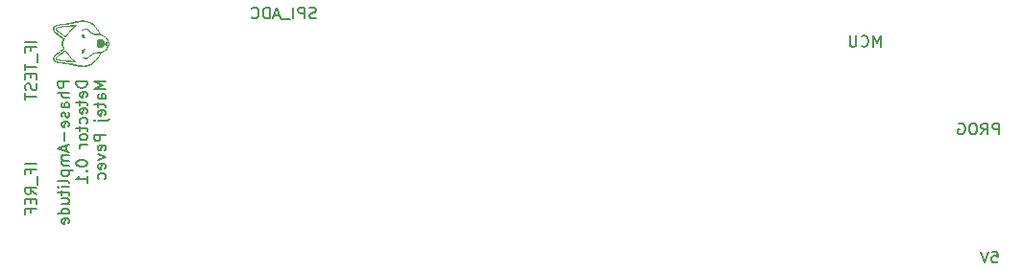
<source format=gbo>
G04 #@! TF.GenerationSoftware,KiCad,Pcbnew,8.0.3*
G04 #@! TF.CreationDate,2024-06-24T09:54:46+02:00*
G04 #@! TF.ProjectId,Phase Amplitude Detector,50686173-6520-4416-9d70-6c6974756465,rev?*
G04 #@! TF.SameCoordinates,Original*
G04 #@! TF.FileFunction,Legend,Bot*
G04 #@! TF.FilePolarity,Positive*
%FSLAX46Y46*%
G04 Gerber Fmt 4.6, Leading zero omitted, Abs format (unit mm)*
G04 Created by KiCad (PCBNEW 8.0.3) date 2024-06-24 09:54:46*
%MOMM*%
%LPD*%
G01*
G04 APERTURE LIST*
%ADD10C,0.000000*%
%ADD11C,0.150000*%
%ADD12C,0.100000*%
%ADD13R,4.000000X6.000000*%
%ADD14R,1.700000X1.700000*%
%ADD15O,1.700000X1.700000*%
%ADD16C,0.500000*%
%ADD17C,1.700000*%
G04 APERTURE END LIST*
D10*
G36*
X69111297Y-56151279D02*
G01*
X69112510Y-56153914D01*
X69113932Y-56156790D01*
X69117332Y-56163156D01*
X69121355Y-56170151D01*
X69125859Y-56177546D01*
X69130703Y-56185115D01*
X69135744Y-56192633D01*
X69140841Y-56199871D01*
X69145851Y-56206602D01*
X69153326Y-56216593D01*
X69160217Y-56226373D01*
X69166545Y-56235999D01*
X69172331Y-56245527D01*
X69177596Y-56255013D01*
X69182361Y-56264516D01*
X69186647Y-56274091D01*
X69190474Y-56283795D01*
X69193864Y-56293686D01*
X69196837Y-56303818D01*
X69199415Y-56314250D01*
X69201617Y-56325038D01*
X69203466Y-56336238D01*
X69204981Y-56347908D01*
X69206185Y-56360104D01*
X69207097Y-56372883D01*
X69207760Y-56386486D01*
X69208237Y-56401602D01*
X69208529Y-56417726D01*
X69208635Y-56434354D01*
X69208554Y-56450982D01*
X69208286Y-56467106D01*
X69207832Y-56482222D01*
X69207190Y-56495824D01*
X69207175Y-56495823D01*
X69205988Y-56514058D01*
X69204628Y-56529279D01*
X69203830Y-56535981D01*
X69202927Y-56542198D01*
X69201896Y-56548018D01*
X69200718Y-56553530D01*
X69199371Y-56558823D01*
X69197834Y-56563987D01*
X69196087Y-56569111D01*
X69194107Y-56574284D01*
X69191876Y-56579596D01*
X69189370Y-56585134D01*
X69183455Y-56597250D01*
X69179161Y-56605539D01*
X69174690Y-56613777D01*
X69170174Y-56621750D01*
X69165745Y-56629240D01*
X69161533Y-56636031D01*
X69157668Y-56641906D01*
X69154283Y-56646648D01*
X69152812Y-56648527D01*
X69151509Y-56650042D01*
X69150204Y-56651548D01*
X69148728Y-56653402D01*
X69147096Y-56655578D01*
X69145326Y-56658048D01*
X69141434Y-56663771D01*
X69137187Y-56670361D01*
X69132715Y-56677607D01*
X69128150Y-56685301D01*
X69123626Y-56693231D01*
X69119274Y-56701190D01*
X69098803Y-56739499D01*
X69094533Y-56691425D01*
X69091892Y-56663065D01*
X69089211Y-56637272D01*
X69086393Y-56613376D01*
X69083342Y-56590707D01*
X69079962Y-56568595D01*
X69076157Y-56546369D01*
X69071830Y-56523359D01*
X69066885Y-56498895D01*
X69062343Y-56475984D01*
X69060583Y-56465943D01*
X69059168Y-56456654D01*
X69058102Y-56447972D01*
X69057387Y-56439753D01*
X69057028Y-56431853D01*
X69057027Y-56424128D01*
X69057389Y-56416435D01*
X69058116Y-56408630D01*
X69059211Y-56400567D01*
X69060679Y-56392104D01*
X69062523Y-56383096D01*
X69064745Y-56373400D01*
X69070340Y-56351366D01*
X69072260Y-56343445D01*
X69074297Y-56333873D01*
X69076388Y-56323015D01*
X69078472Y-56311237D01*
X69080485Y-56298904D01*
X69082366Y-56286382D01*
X69084054Y-56274037D01*
X69085484Y-56262233D01*
X69096150Y-56166954D01*
X69100599Y-56126999D01*
X69111297Y-56151279D01*
G37*
G36*
X67025532Y-54365731D02*
G01*
X67065338Y-54367528D01*
X67108252Y-54370868D01*
X67154303Y-54375752D01*
X67203519Y-54382181D01*
X67255927Y-54390156D01*
X67319588Y-54400343D01*
X67360427Y-54406649D01*
X67372170Y-54409010D01*
X67388726Y-54413315D01*
X67433820Y-54426890D01*
X67490804Y-54445636D01*
X67554773Y-54467818D01*
X67620823Y-54491696D01*
X67684049Y-54515533D01*
X67739545Y-54537592D01*
X67782406Y-54556135D01*
X67876780Y-54599946D01*
X67998823Y-54721107D01*
X68089569Y-54813451D01*
X68174684Y-54904645D01*
X68253749Y-54994169D01*
X68326350Y-55081507D01*
X68392070Y-55166141D01*
X68422219Y-55207281D01*
X68450492Y-55247552D01*
X68476836Y-55286888D01*
X68501199Y-55325223D01*
X68523530Y-55362495D01*
X68543776Y-55398637D01*
X68558804Y-55426780D01*
X68571366Y-55450989D01*
X68581642Y-55471668D01*
X68589813Y-55489221D01*
X68596058Y-55504052D01*
X68600557Y-55516564D01*
X68602208Y-55522078D01*
X68603490Y-55527163D01*
X68604425Y-55531871D01*
X68605036Y-55536251D01*
X68608286Y-55566355D01*
X68680134Y-55599173D01*
X68724907Y-55620361D01*
X68771276Y-55643673D01*
X68818244Y-55668544D01*
X68864814Y-55694406D01*
X68909989Y-55720693D01*
X68952771Y-55746839D01*
X68992166Y-55772277D01*
X69027174Y-55796440D01*
X69054572Y-55816501D01*
X69066785Y-55825823D01*
X69078251Y-55834914D01*
X69089150Y-55843953D01*
X69099665Y-55853121D01*
X69109976Y-55862598D01*
X69120265Y-55872565D01*
X69130714Y-55883202D01*
X69141505Y-55894689D01*
X69152818Y-55907208D01*
X69164836Y-55920938D01*
X69191712Y-55952752D01*
X69223583Y-55991576D01*
X69230928Y-56001397D01*
X69238952Y-56013589D01*
X69247564Y-56027951D01*
X69256671Y-56044275D01*
X69266181Y-56062359D01*
X69276002Y-56081998D01*
X69296209Y-56125120D01*
X69316555Y-56172008D01*
X69336302Y-56221024D01*
X69354714Y-56270532D01*
X69363188Y-56294960D01*
X69371053Y-56318897D01*
X69396035Y-56397002D01*
X69407179Y-56431284D01*
X69407110Y-56432202D01*
X69406655Y-56434284D01*
X69404662Y-56441691D01*
X69401350Y-56453014D01*
X69396869Y-56467761D01*
X69385007Y-56505559D01*
X69370284Y-56551151D01*
X69370301Y-56551147D01*
X69360825Y-56579372D01*
X69350911Y-56607428D01*
X69340626Y-56635154D01*
X69330032Y-56662389D01*
X69319194Y-56688974D01*
X69308175Y-56714748D01*
X69297039Y-56739550D01*
X69285850Y-56763221D01*
X69271410Y-56792620D01*
X69259000Y-56816828D01*
X69253257Y-56827444D01*
X69247662Y-56837311D01*
X69242096Y-56846614D01*
X69236439Y-56855534D01*
X69230571Y-56864256D01*
X69224373Y-56872962D01*
X69217726Y-56881836D01*
X69210509Y-56891061D01*
X69193888Y-56911297D01*
X69173553Y-56935133D01*
X69154199Y-56957294D01*
X69136933Y-56976294D01*
X69128816Y-56984854D01*
X69120901Y-56992919D01*
X69113080Y-57000588D01*
X69105246Y-57007959D01*
X69097294Y-57015130D01*
X69089115Y-57022200D01*
X69080602Y-57029267D01*
X69071650Y-57036431D01*
X69051998Y-57051439D01*
X69029302Y-57068012D01*
X68994036Y-57092214D01*
X68952687Y-57118648D01*
X68906941Y-57146361D01*
X68858486Y-57174397D01*
X68809008Y-57201801D01*
X68760194Y-57227617D01*
X68713732Y-57250892D01*
X68671309Y-57270670D01*
X68605228Y-57300046D01*
X68605228Y-57326744D01*
X68605098Y-57330938D01*
X68604680Y-57335268D01*
X68603930Y-57339834D01*
X68602801Y-57344739D01*
X68601250Y-57350082D01*
X68599233Y-57355965D01*
X68596704Y-57362490D01*
X68593619Y-57369757D01*
X68589934Y-57377868D01*
X68585604Y-57386925D01*
X68580584Y-57397028D01*
X68574830Y-57408278D01*
X68568298Y-57420777D01*
X68560942Y-57434627D01*
X68543581Y-57466781D01*
X68526355Y-57497941D01*
X68509791Y-57526759D01*
X68493366Y-57554041D01*
X68476555Y-57580597D01*
X68458833Y-57607233D01*
X68439676Y-57634758D01*
X68418558Y-57663980D01*
X68394956Y-57695706D01*
X68352285Y-57751080D01*
X68306235Y-57808356D01*
X68257405Y-57866852D01*
X68206395Y-57925883D01*
X68153808Y-57984766D01*
X68100242Y-58042819D01*
X68046298Y-58099357D01*
X67992577Y-58153697D01*
X67882948Y-58262512D01*
X67784595Y-58308334D01*
X67733812Y-58330670D01*
X67675069Y-58354330D01*
X67611587Y-58378210D01*
X67546588Y-58401204D01*
X67483294Y-58422209D01*
X67424927Y-58440118D01*
X67374708Y-58453827D01*
X67353661Y-58458761D01*
X67335860Y-58462231D01*
X67218203Y-58481396D01*
X67174738Y-58487760D01*
X67138148Y-58492355D01*
X67105911Y-58495464D01*
X67103574Y-58495610D01*
X67075501Y-58497369D01*
X67044394Y-58498353D01*
X67010065Y-58498698D01*
X66990602Y-58498606D01*
X66970625Y-58498228D01*
X66950703Y-58497593D01*
X66931402Y-58496730D01*
X66913290Y-58495669D01*
X66896933Y-58494440D01*
X66882899Y-58493072D01*
X66871756Y-58491595D01*
X66825653Y-58484441D01*
X66779551Y-58477635D01*
X66751573Y-58473550D01*
X66725712Y-58469517D01*
X66700845Y-58465321D01*
X66675850Y-58460750D01*
X66649601Y-58455591D01*
X66620977Y-58449630D01*
X66552109Y-58434450D01*
X66499859Y-58422749D01*
X66346183Y-58388511D01*
X66297006Y-58377052D01*
X66149477Y-58342987D01*
X66115860Y-58335158D01*
X66069565Y-58324227D01*
X66046871Y-58318917D01*
X66025978Y-58314160D01*
X66009206Y-58310474D01*
X65998874Y-58308380D01*
X65995584Y-58307776D01*
X65992122Y-58307093D01*
X65985100Y-58305583D01*
X65981747Y-58304805D01*
X65978637Y-58304043D01*
X65975876Y-58303323D01*
X65973566Y-58302667D01*
X65965558Y-58300887D01*
X65949576Y-58297814D01*
X65901532Y-58289162D01*
X65845119Y-58279463D01*
X65796021Y-58271469D01*
X65761866Y-58265774D01*
X65709962Y-58256781D01*
X65647701Y-58246503D01*
X65580784Y-58236687D01*
X65512376Y-58227770D01*
X65445638Y-58220191D01*
X65385608Y-58213769D01*
X65331918Y-58207781D01*
X65278227Y-58201727D01*
X65218197Y-58195142D01*
X65175829Y-58190387D01*
X65137808Y-58185721D01*
X65103677Y-58181069D01*
X65072979Y-58176357D01*
X65045257Y-58171511D01*
X65020056Y-58166454D01*
X64996919Y-58161113D01*
X64975388Y-58155413D01*
X64916453Y-58139117D01*
X64852447Y-58121904D01*
X64748593Y-58094285D01*
X64740296Y-58091882D01*
X64730590Y-58088782D01*
X64719829Y-58085114D01*
X64708364Y-58081008D01*
X64696550Y-58076592D01*
X64684738Y-58071996D01*
X64673281Y-58067350D01*
X64662533Y-58062782D01*
X64588535Y-58030663D01*
X64566032Y-58020809D01*
X64556378Y-58016361D01*
X64547618Y-58012112D01*
X64539626Y-58007971D01*
X64532274Y-58003849D01*
X64525434Y-57999654D01*
X64518978Y-57995296D01*
X64512780Y-57990686D01*
X64506712Y-57985732D01*
X64500645Y-57980344D01*
X64494454Y-57974433D01*
X64488009Y-57967907D01*
X64481184Y-57960676D01*
X64465884Y-57943738D01*
X64451215Y-57927077D01*
X64445179Y-57920043D01*
X64439917Y-57913712D01*
X64435361Y-57907963D01*
X64431443Y-57902674D01*
X64428096Y-57897725D01*
X64425252Y-57892994D01*
X64422841Y-57888360D01*
X64420797Y-57883701D01*
X64419052Y-57878898D01*
X64417537Y-57873828D01*
X64416184Y-57868370D01*
X64414926Y-57862403D01*
X64412422Y-57848459D01*
X64410793Y-57837020D01*
X64409495Y-57823904D01*
X64408530Y-57809184D01*
X64407900Y-57792932D01*
X64407606Y-57775224D01*
X64407639Y-57761056D01*
X64542020Y-57761056D01*
X64542065Y-57782075D01*
X64542383Y-57798277D01*
X64542729Y-57804926D01*
X64543245Y-57810795D01*
X64543964Y-57816027D01*
X64544922Y-57820762D01*
X64546152Y-57825142D01*
X64547687Y-57829309D01*
X64549563Y-57833405D01*
X64551812Y-57837570D01*
X64554469Y-57841948D01*
X64557567Y-57846678D01*
X64565226Y-57857765D01*
X64568726Y-57862667D01*
X64572171Y-57867249D01*
X64575610Y-57871553D01*
X64579094Y-57875620D01*
X64582673Y-57879490D01*
X64586398Y-57883205D01*
X64590320Y-57886807D01*
X64594489Y-57890336D01*
X64598956Y-57893833D01*
X64603771Y-57897339D01*
X64608984Y-57900896D01*
X64614646Y-57904545D01*
X64620808Y-57908326D01*
X64627520Y-57912281D01*
X64634832Y-57916452D01*
X64642796Y-57920878D01*
X64659340Y-57929761D01*
X64676003Y-57938269D01*
X64692871Y-57946432D01*
X64710028Y-57954280D01*
X64727559Y-57961840D01*
X64745548Y-57969144D01*
X64764079Y-57976220D01*
X64783238Y-57983098D01*
X64803109Y-57989807D01*
X64823777Y-57996377D01*
X64867839Y-58009216D01*
X64916101Y-58021852D01*
X64969241Y-58034519D01*
X65020998Y-58045843D01*
X65073184Y-58056013D01*
X65129552Y-58065541D01*
X65193854Y-58074941D01*
X65269843Y-58084725D01*
X65361272Y-58095407D01*
X65471894Y-58107501D01*
X65605462Y-58121518D01*
X65684887Y-58130501D01*
X65763562Y-58140779D01*
X65835416Y-58151503D01*
X65866886Y-58156767D01*
X65894373Y-58161826D01*
X66404580Y-58262666D01*
X66702654Y-58321105D01*
X66862536Y-58351128D01*
X66888611Y-58354598D01*
X66922552Y-58358140D01*
X66961310Y-58361542D01*
X67001839Y-58364592D01*
X67041091Y-58367080D01*
X67076018Y-58368792D01*
X67103574Y-58369519D01*
X67120712Y-58369049D01*
X67131064Y-58367807D01*
X67150161Y-58365365D01*
X67203698Y-58358301D01*
X67325050Y-58342383D01*
X67340503Y-58339470D01*
X67361934Y-58334045D01*
X67419089Y-58316977D01*
X67489229Y-58293807D01*
X67565070Y-58267162D01*
X67639326Y-58239670D01*
X67704711Y-58213959D01*
X67753940Y-58192656D01*
X67770220Y-58184479D01*
X67779729Y-58178390D01*
X67785734Y-58173089D01*
X67795288Y-58164393D01*
X67823075Y-58138648D01*
X67859156Y-58104823D01*
X67899597Y-58066589D01*
X68098525Y-57877734D01*
X68197308Y-57783953D01*
X68332113Y-57587205D01*
X68420261Y-57458003D01*
X68473556Y-57378152D01*
X68489576Y-57352977D01*
X68499813Y-57335632D01*
X68505245Y-57324613D01*
X68506465Y-57321007D01*
X68506849Y-57318420D01*
X68506808Y-57318018D01*
X68506683Y-57317616D01*
X68506476Y-57317212D01*
X68506189Y-57316808D01*
X68505822Y-57316404D01*
X68505378Y-57316000D01*
X68504857Y-57315597D01*
X68504262Y-57315196D01*
X68503594Y-57314797D01*
X68502855Y-57314400D01*
X68502045Y-57314005D01*
X68501167Y-57313614D01*
X68499211Y-57312844D01*
X68496999Y-57312093D01*
X68494543Y-57311364D01*
X68491854Y-57310662D01*
X68488946Y-57309991D01*
X68485831Y-57309353D01*
X68482519Y-57308753D01*
X68479024Y-57308195D01*
X68475357Y-57307683D01*
X68471530Y-57307220D01*
X68455171Y-57305232D01*
X68436756Y-57302748D01*
X68418542Y-57300085D01*
X68402784Y-57297558D01*
X68395275Y-57296416D01*
X68386724Y-57295348D01*
X68377428Y-57294380D01*
X68367686Y-57293534D01*
X68357794Y-57292834D01*
X68348052Y-57292305D01*
X68338755Y-57291970D01*
X68330203Y-57291853D01*
X68316898Y-57292014D01*
X68303511Y-57292575D01*
X68289007Y-57293655D01*
X68272348Y-57295374D01*
X68252497Y-57297849D01*
X68228417Y-57301200D01*
X68199072Y-57305545D01*
X68163424Y-57311004D01*
X68152832Y-57313039D01*
X68140359Y-57316129D01*
X68126199Y-57320192D01*
X68110551Y-57325150D01*
X68075569Y-57337438D01*
X68036985Y-57352361D01*
X67996366Y-57369287D01*
X67955281Y-57387586D01*
X67915302Y-57406626D01*
X67877995Y-57425777D01*
X67864036Y-57433416D01*
X67850163Y-57441345D01*
X67836239Y-57449665D01*
X67822126Y-57458477D01*
X67807687Y-57467882D01*
X67792783Y-57477983D01*
X67777278Y-57488880D01*
X67761034Y-57500674D01*
X67725777Y-57527363D01*
X67685912Y-57558861D01*
X67640337Y-57595978D01*
X67587952Y-57639527D01*
X67555505Y-57666371D01*
X67521735Y-57693754D01*
X67490636Y-57718466D01*
X67466203Y-57737300D01*
X67418281Y-57773241D01*
X67337320Y-57786510D01*
X67256359Y-57799778D01*
X67203904Y-57785428D01*
X67174672Y-57777329D01*
X67151295Y-57770406D01*
X67141230Y-57767126D01*
X67131943Y-57763828D01*
X67123206Y-57760407D01*
X67114789Y-57756759D01*
X67106465Y-57752782D01*
X67098004Y-57748370D01*
X67089179Y-57743419D01*
X67079760Y-57737825D01*
X67058228Y-57724294D01*
X67031581Y-57706942D01*
X66999688Y-57686218D01*
X66969653Y-57667014D01*
X66944853Y-57651470D01*
X66928665Y-57641727D01*
X66923426Y-57638678D01*
X66918536Y-57635708D01*
X66914103Y-57632893D01*
X66910234Y-57630306D01*
X66907036Y-57628020D01*
X66904616Y-57626110D01*
X66903731Y-57625318D01*
X66903081Y-57624649D01*
X66902679Y-57624110D01*
X66902538Y-57623712D01*
X66902679Y-57623553D01*
X66903099Y-57623400D01*
X66904753Y-57623116D01*
X66907444Y-57622859D01*
X66911115Y-57622631D01*
X66921180Y-57622262D01*
X66934500Y-57622014D01*
X66950629Y-57621894D01*
X66969120Y-57621907D01*
X66989527Y-57622060D01*
X67011404Y-57622357D01*
X67040693Y-57622936D01*
X67065017Y-57623658D01*
X67084876Y-57624569D01*
X67100770Y-57625715D01*
X67113198Y-57627141D01*
X67122660Y-57628893D01*
X67126435Y-57629906D01*
X67129656Y-57631018D01*
X67132385Y-57632234D01*
X67134686Y-57633561D01*
X67145074Y-57639648D01*
X67156952Y-57645336D01*
X67170131Y-57650598D01*
X67184423Y-57655406D01*
X67199640Y-57659734D01*
X67215594Y-57663555D01*
X67232095Y-57666842D01*
X67248956Y-57669567D01*
X67265988Y-57671704D01*
X67283003Y-57673226D01*
X67299813Y-57674105D01*
X67316228Y-57674315D01*
X67332061Y-57673829D01*
X67347124Y-57672619D01*
X67361228Y-57670659D01*
X67374184Y-57667922D01*
X67382510Y-57665653D01*
X67390533Y-57663066D01*
X67394515Y-57661589D01*
X67398522Y-57659955D01*
X67402588Y-57658137D01*
X67406748Y-57656111D01*
X67411034Y-57653850D01*
X67415480Y-57651328D01*
X67420121Y-57648520D01*
X67424989Y-57645398D01*
X67435546Y-57638113D01*
X67447419Y-57629266D01*
X67460880Y-57618648D01*
X67476198Y-57606054D01*
X67493644Y-57591274D01*
X67513488Y-57574102D01*
X67536000Y-57554330D01*
X67561449Y-57531750D01*
X67622244Y-57477338D01*
X67747713Y-57364677D01*
X67901389Y-57289138D01*
X67962757Y-57259273D01*
X68016243Y-57233797D01*
X68056101Y-57215412D01*
X68069122Y-57209722D01*
X68076580Y-57206819D01*
X68091979Y-57203113D01*
X68116558Y-57198515D01*
X68147745Y-57193393D01*
X68182972Y-57188117D01*
X68219666Y-57183057D01*
X68255257Y-57178582D01*
X68287175Y-57175061D01*
X68312849Y-57172864D01*
X68323554Y-57172432D01*
X68337679Y-57172265D01*
X68354621Y-57172351D01*
X68373772Y-57172676D01*
X68394529Y-57173228D01*
X68416285Y-57173994D01*
X68438437Y-57174961D01*
X68460378Y-57176115D01*
X68540987Y-57180654D01*
X68587494Y-57183090D01*
X68590290Y-57183148D01*
X68593095Y-57183074D01*
X68595908Y-57182867D01*
X68598730Y-57182527D01*
X68601563Y-57182055D01*
X68604407Y-57181451D01*
X68607262Y-57180713D01*
X68610129Y-57179842D01*
X68613010Y-57178838D01*
X68615904Y-57177701D01*
X68618813Y-57176430D01*
X68621736Y-57175026D01*
X68624676Y-57173488D01*
X68627632Y-57171816D01*
X68630605Y-57170010D01*
X68633597Y-57168070D01*
X68640777Y-57163639D01*
X68652084Y-57157146D01*
X68666941Y-57148899D01*
X68684771Y-57139210D01*
X68727039Y-57116751D01*
X68774272Y-57092256D01*
X68825061Y-57065632D01*
X68877011Y-57037378D01*
X68924026Y-57010867D01*
X68943779Y-56999320D01*
X68960013Y-56989472D01*
X68981210Y-56976108D01*
X68990236Y-56970238D01*
X68998367Y-56964772D01*
X69005720Y-56959608D01*
X69012410Y-56954643D01*
X69018553Y-56949773D01*
X69024265Y-56944896D01*
X69029661Y-56939910D01*
X69034858Y-56934711D01*
X69039972Y-56929197D01*
X69045117Y-56923264D01*
X69050411Y-56916811D01*
X69055968Y-56909733D01*
X69068337Y-56893295D01*
X69077408Y-56880603D01*
X69088113Y-56864900D01*
X69100057Y-56846808D01*
X69112846Y-56826945D01*
X69126085Y-56805931D01*
X69139379Y-56784386D01*
X69152335Y-56762930D01*
X69164557Y-56742182D01*
X69180147Y-56714926D01*
X69193831Y-56690027D01*
X69205983Y-56666687D01*
X69216977Y-56644109D01*
X69227186Y-56621496D01*
X69236986Y-56598051D01*
X69246750Y-56572976D01*
X69256851Y-56545476D01*
X69270672Y-56506328D01*
X69282095Y-56472795D01*
X69289933Y-56448441D01*
X69292138Y-56440821D01*
X69293001Y-56436832D01*
X69292881Y-56435292D01*
X69292392Y-56432733D01*
X69290378Y-56424797D01*
X69287107Y-56413490D01*
X69282724Y-56399280D01*
X69277379Y-56382636D01*
X69271219Y-56364026D01*
X69264390Y-56343917D01*
X69257040Y-56322777D01*
X69246181Y-56292487D01*
X69236140Y-56265960D01*
X69226361Y-56242003D01*
X69216286Y-56219422D01*
X69205359Y-56197026D01*
X69193021Y-56173622D01*
X69178717Y-56148017D01*
X69161890Y-56119018D01*
X69149368Y-56097991D01*
X69136194Y-56076372D01*
X69109474Y-56033825D01*
X69096716Y-56014129D01*
X69084887Y-55996307D01*
X69074381Y-55980975D01*
X69065593Y-55968749D01*
X69053693Y-55953070D01*
X69048313Y-55946300D01*
X69043156Y-55940107D01*
X69038108Y-55934393D01*
X69033050Y-55929055D01*
X69027867Y-55923993D01*
X69022442Y-55919105D01*
X69016659Y-55914292D01*
X69010400Y-55909453D01*
X69003551Y-55904486D01*
X68995993Y-55899290D01*
X68987611Y-55893765D01*
X68978288Y-55887810D01*
X68956354Y-55874207D01*
X68939620Y-55864187D01*
X68919401Y-55852474D01*
X68871595Y-55825675D01*
X68819110Y-55797211D01*
X68768125Y-55770486D01*
X68720985Y-55746016D01*
X68678972Y-55723696D01*
X68646663Y-55705988D01*
X68635578Y-55699634D01*
X68628635Y-55695358D01*
X68625045Y-55692998D01*
X68621698Y-55690907D01*
X68618540Y-55689073D01*
X68615518Y-55687487D01*
X68612578Y-55686137D01*
X68609666Y-55685012D01*
X68606728Y-55684103D01*
X68605232Y-55683726D01*
X68603710Y-55683399D01*
X68600558Y-55682889D01*
X68597220Y-55682563D01*
X68593640Y-55682409D01*
X68589764Y-55682418D01*
X68585541Y-55682579D01*
X68580914Y-55682881D01*
X68575831Y-55683313D01*
X68570238Y-55683866D01*
X68560494Y-55684688D01*
X68546432Y-55685594D01*
X68508007Y-55687539D01*
X68460268Y-55689468D01*
X68408522Y-55691146D01*
X68373696Y-55692012D01*
X68343726Y-55692457D01*
X68317756Y-55692453D01*
X68294931Y-55691971D01*
X68274394Y-55690981D01*
X68255291Y-55689452D01*
X68236766Y-55687356D01*
X68217963Y-55684664D01*
X68119610Y-55669322D01*
X68111861Y-55668032D01*
X68104366Y-55666577D01*
X68096877Y-55664850D01*
X68089145Y-55662743D01*
X68080923Y-55660150D01*
X68071963Y-55656962D01*
X68062015Y-55653074D01*
X68050834Y-55648376D01*
X68038169Y-55642763D01*
X68023774Y-55636127D01*
X68007400Y-55628361D01*
X67988799Y-55619357D01*
X67943924Y-55597207D01*
X67887165Y-55568820D01*
X67750000Y-55500000D01*
X67639096Y-55401647D01*
X67561366Y-55332838D01*
X67502045Y-55281229D01*
X67478064Y-55261082D01*
X67457216Y-55244284D01*
X67439013Y-55230518D01*
X67422964Y-55219466D01*
X67408579Y-55210813D01*
X67395370Y-55204241D01*
X67382847Y-55199434D01*
X67370520Y-55196073D01*
X67357899Y-55193842D01*
X67344496Y-55192425D01*
X67313382Y-55190762D01*
X67301382Y-55190412D01*
X67289676Y-55190414D01*
X67278239Y-55190774D01*
X67267049Y-55191496D01*
X67256085Y-55192586D01*
X67245324Y-55194049D01*
X67234743Y-55195891D01*
X67224321Y-55198116D01*
X67214034Y-55200731D01*
X67203862Y-55203739D01*
X67193780Y-55207148D01*
X67183768Y-55210961D01*
X67173802Y-55215184D01*
X67163861Y-55219823D01*
X67153922Y-55224882D01*
X67143963Y-55230367D01*
X67139472Y-55232895D01*
X67135288Y-55235114D01*
X67133255Y-55236113D01*
X67131231Y-55237041D01*
X67129195Y-55237901D01*
X67127123Y-55238695D01*
X67124994Y-55239425D01*
X67122786Y-55240092D01*
X67120474Y-55240700D01*
X67118039Y-55241250D01*
X67115456Y-55241745D01*
X67112704Y-55242187D01*
X67109760Y-55242577D01*
X67106603Y-55242918D01*
X67103209Y-55243213D01*
X67099556Y-55243463D01*
X67091384Y-55243839D01*
X67081910Y-55244062D01*
X67070953Y-55244150D01*
X67058335Y-55244120D01*
X67043878Y-55243991D01*
X67008727Y-55243501D01*
X66899418Y-55241811D01*
X66933125Y-55220295D01*
X66961592Y-55202195D01*
X66987939Y-55185664D01*
X67019671Y-55166029D01*
X67064297Y-55138614D01*
X67080750Y-55128767D01*
X67088445Y-55124374D01*
X67095880Y-55120295D01*
X67103129Y-55116497D01*
X67110262Y-55112952D01*
X67117351Y-55109628D01*
X67124469Y-55106494D01*
X67131688Y-55103521D01*
X67139078Y-55100677D01*
X67146713Y-55097931D01*
X67154665Y-55095254D01*
X67171803Y-55089981D01*
X67191068Y-55084612D01*
X67259837Y-55066186D01*
X67319363Y-55075777D01*
X67398426Y-55088485D01*
X67400529Y-55088942D01*
X67402942Y-55089694D01*
X67408673Y-55092063D01*
X67415569Y-55095555D01*
X67423578Y-55100133D01*
X67432649Y-55105759D01*
X67442731Y-55112396D01*
X67453772Y-55120007D01*
X67465722Y-55128555D01*
X67478530Y-55138002D01*
X67492143Y-55148311D01*
X67521584Y-55171366D01*
X67553635Y-55197421D01*
X67587889Y-55226180D01*
X67655922Y-55283193D01*
X67716252Y-55331393D01*
X67744233Y-55352638D01*
X67771133Y-55372218D01*
X67797236Y-55390314D01*
X67822823Y-55407106D01*
X67848176Y-55422772D01*
X67873576Y-55437492D01*
X67899306Y-55451447D01*
X67925648Y-55464816D01*
X67952884Y-55477778D01*
X67981295Y-55490514D01*
X68042771Y-55516023D01*
X68071566Y-55527334D01*
X68095502Y-55536296D01*
X68106168Y-55540032D01*
X68116244Y-55543345D01*
X68125937Y-55546289D01*
X68135455Y-55548918D01*
X68145006Y-55551287D01*
X68154798Y-55553450D01*
X68165039Y-55555462D01*
X68175937Y-55557377D01*
X68200535Y-55561135D01*
X68230257Y-55565161D01*
X68261575Y-55569208D01*
X68286377Y-55572114D01*
X68296983Y-55573142D01*
X68306739Y-55573890D01*
X68315904Y-55574358D01*
X68324738Y-55574549D01*
X68333502Y-55574464D01*
X68342454Y-55574104D01*
X68351854Y-55573472D01*
X68361962Y-55572568D01*
X68385341Y-55569953D01*
X68414669Y-55566271D01*
X68443890Y-55562509D01*
X68465884Y-55559482D01*
X68481652Y-55556885D01*
X68487514Y-55555654D01*
X68492196Y-55554416D01*
X68495822Y-55553135D01*
X68498517Y-55551771D01*
X68500408Y-55550286D01*
X68501619Y-55548644D01*
X68502275Y-55546805D01*
X68502502Y-55544733D01*
X68502169Y-55539733D01*
X68501848Y-55537965D01*
X68501234Y-55535808D01*
X68500342Y-55533292D01*
X68499188Y-55530448D01*
X68497790Y-55527305D01*
X68496161Y-55523892D01*
X68494320Y-55520241D01*
X68492282Y-55516380D01*
X68490062Y-55512339D01*
X68487678Y-55508149D01*
X68482478Y-55499438D01*
X68476812Y-55490487D01*
X68473844Y-55485996D01*
X68470807Y-55481534D01*
X68228450Y-55127116D01*
X68223202Y-55119576D01*
X68217677Y-55112003D01*
X68211819Y-55104334D01*
X68205567Y-55096505D01*
X68198862Y-55088454D01*
X68191647Y-55080119D01*
X68183861Y-55071436D01*
X68175447Y-55062343D01*
X68166344Y-55052776D01*
X68156495Y-55042674D01*
X68134319Y-55020611D01*
X68108448Y-54995651D01*
X68078411Y-54967292D01*
X67865359Y-54767238D01*
X67828855Y-54732626D01*
X67814046Y-54718777D01*
X67800689Y-54706778D01*
X67788152Y-54696288D01*
X67775801Y-54686966D01*
X67769498Y-54682637D01*
X67763004Y-54678472D01*
X67756240Y-54674429D01*
X67749128Y-54670465D01*
X67733540Y-54662604D01*
X67715608Y-54654549D01*
X67694698Y-54645958D01*
X67670178Y-54636490D01*
X67607778Y-54613565D01*
X67523345Y-54583045D01*
X67482668Y-54568434D01*
X67448349Y-54556462D01*
X67419286Y-54546808D01*
X67394382Y-54539150D01*
X67372535Y-54533168D01*
X67352646Y-54528541D01*
X67333616Y-54524948D01*
X67314345Y-54522068D01*
X67255217Y-54513962D01*
X67203698Y-54506541D01*
X67191723Y-54505050D01*
X67177296Y-54503775D01*
X67142450Y-54501868D01*
X67101884Y-54500809D01*
X67058324Y-54500585D01*
X67014495Y-54501185D01*
X66973121Y-54502598D01*
X66936927Y-54504812D01*
X66908638Y-54507816D01*
X66846404Y-54517634D01*
X66770585Y-54530793D01*
X66691566Y-54545428D01*
X66619726Y-54559674D01*
X66538374Y-54576164D01*
X66450682Y-54593443D01*
X66368407Y-54609639D01*
X66300079Y-54623534D01*
X66140513Y-54655583D01*
X65957307Y-54690452D01*
X65797190Y-54719447D01*
X65706888Y-54733877D01*
X65583946Y-54746727D01*
X65373628Y-54769156D01*
X65211791Y-54788580D01*
X65092344Y-54805791D01*
X65046613Y-54813815D01*
X65009196Y-54821583D01*
X64928692Y-54840346D01*
X64898175Y-54847839D01*
X64872109Y-54854624D01*
X64848964Y-54861113D01*
X64827210Y-54867719D01*
X64805317Y-54874854D01*
X64781755Y-54882931D01*
X64754015Y-54893203D01*
X64725050Y-54904989D01*
X64696039Y-54917716D01*
X64668160Y-54930811D01*
X64642592Y-54943701D01*
X64620513Y-54955814D01*
X64611150Y-54961399D01*
X64603101Y-54966576D01*
X64596514Y-54971271D01*
X64591536Y-54975414D01*
X64590226Y-54976685D01*
X64588761Y-54978200D01*
X64585430Y-54981877D01*
X64581669Y-54986288D01*
X64577604Y-54991276D01*
X64573361Y-54996683D01*
X64569066Y-55002350D01*
X64564845Y-55008121D01*
X64560824Y-55013839D01*
X64557646Y-55018502D01*
X64554848Y-55022759D01*
X64552405Y-55026726D01*
X64550292Y-55030519D01*
X64549353Y-55032386D01*
X64548487Y-55034253D01*
X64547692Y-55036134D01*
X64546965Y-55038044D01*
X64546303Y-55039998D01*
X64545702Y-55042009D01*
X64545160Y-55044093D01*
X64544674Y-55046263D01*
X64544241Y-55048535D01*
X64543857Y-55050922D01*
X64543521Y-55053440D01*
X64543228Y-55056102D01*
X64542762Y-55061919D01*
X64542435Y-55068488D01*
X64542223Y-55075925D01*
X64542102Y-55084347D01*
X64542039Y-55104607D01*
X64542233Y-55118480D01*
X64542779Y-55133605D01*
X64543639Y-55149494D01*
X64544776Y-55165661D01*
X64546152Y-55181619D01*
X64547727Y-55196881D01*
X64549465Y-55210959D01*
X64551327Y-55223367D01*
X64560593Y-55278691D01*
X64657345Y-55372410D01*
X64683566Y-55397466D01*
X64708639Y-55420669D01*
X64733130Y-55442496D01*
X64757607Y-55463422D01*
X64782638Y-55483920D01*
X64808790Y-55504466D01*
X64836630Y-55525535D01*
X64866727Y-55547602D01*
X65000055Y-55644441D01*
X65013516Y-55654288D01*
X65034872Y-55669739D01*
X65089522Y-55708985D01*
X65215792Y-55799676D01*
X65253725Y-55827259D01*
X65270639Y-55839951D01*
X65280365Y-55847235D01*
X65302148Y-55863140D01*
X65332765Y-55885321D01*
X65368992Y-55911433D01*
X65435545Y-55959643D01*
X65457009Y-55975459D01*
X65466340Y-55982633D01*
X65466564Y-55982978D01*
X65466688Y-55983496D01*
X65466714Y-55984180D01*
X65466644Y-55985027D01*
X65466227Y-55987189D01*
X65465452Y-55989946D01*
X65464336Y-55993259D01*
X65462894Y-55997092D01*
X65461143Y-56001408D01*
X65459099Y-56006168D01*
X65456778Y-56011337D01*
X65454197Y-56016876D01*
X65451372Y-56022749D01*
X65448320Y-56028918D01*
X65445055Y-56035346D01*
X65441596Y-56041995D01*
X65437957Y-56048830D01*
X65434155Y-56055812D01*
X65425799Y-56071664D01*
X65416418Y-56090634D01*
X65406332Y-56112006D01*
X65395859Y-56135067D01*
X65385317Y-56159102D01*
X65375025Y-56183398D01*
X65365303Y-56207240D01*
X65356467Y-56229915D01*
X65341242Y-56271358D01*
X65334825Y-56290009D01*
X65329169Y-56307478D01*
X65324245Y-56323913D01*
X65320027Y-56339464D01*
X65316487Y-56354280D01*
X65313598Y-56368509D01*
X65311332Y-56382301D01*
X65309663Y-56395805D01*
X65308561Y-56409169D01*
X65308002Y-56422542D01*
X65307955Y-56436073D01*
X65308396Y-56449912D01*
X65309295Y-56464207D01*
X65310626Y-56479107D01*
X65312618Y-56493680D01*
X65315809Y-56510113D01*
X65320134Y-56528231D01*
X65325526Y-56547863D01*
X65331918Y-56568836D01*
X65339244Y-56590977D01*
X65347437Y-56614114D01*
X65356430Y-56638074D01*
X65376553Y-56687771D01*
X65399079Y-56738689D01*
X65423476Y-56789445D01*
X65436211Y-56814330D01*
X65449213Y-56838658D01*
X65453737Y-56847059D01*
X65457862Y-56854969D01*
X65461505Y-56862208D01*
X65464582Y-56868598D01*
X65467010Y-56873961D01*
X65468706Y-56878119D01*
X65469253Y-56879691D01*
X65469585Y-56880894D01*
X65469693Y-56881707D01*
X65469659Y-56881960D01*
X65469565Y-56882107D01*
X65353433Y-56966124D01*
X65154598Y-57110161D01*
X65087889Y-57158466D01*
X65047025Y-57187786D01*
X64932946Y-57269391D01*
X64818638Y-57352290D01*
X64798447Y-57367369D01*
X64780118Y-57381597D01*
X64762400Y-57396082D01*
X64744040Y-57411931D01*
X64723788Y-57430252D01*
X64700391Y-57452152D01*
X64672599Y-57478739D01*
X64639158Y-57511121D01*
X64561105Y-57586978D01*
X64551562Y-57642271D01*
X64549645Y-57654675D01*
X64547857Y-57668751D01*
X64546237Y-57684013D01*
X64544823Y-57699973D01*
X64543655Y-57716145D01*
X64542773Y-57732041D01*
X64542215Y-57747174D01*
X64542020Y-57761056D01*
X64407639Y-57761056D01*
X64407650Y-57756132D01*
X64408035Y-57735729D01*
X64408761Y-57714090D01*
X64412462Y-57623033D01*
X64438815Y-57569634D01*
X64443170Y-57560949D01*
X64447400Y-57552863D01*
X64451641Y-57545212D01*
X64456030Y-57537828D01*
X64460703Y-57530545D01*
X64465794Y-57523198D01*
X64471441Y-57515621D01*
X64477779Y-57507646D01*
X64484943Y-57499107D01*
X64493071Y-57489840D01*
X64502297Y-57479676D01*
X64512758Y-57468451D01*
X64537928Y-57442150D01*
X64569668Y-57409606D01*
X64602367Y-57376534D01*
X64631304Y-57348158D01*
X64645122Y-57335084D01*
X64658910Y-57322408D01*
X64672973Y-57309872D01*
X64687614Y-57297217D01*
X64703137Y-57284184D01*
X64719846Y-57270515D01*
X64758035Y-57240232D01*
X64804610Y-57204301D01*
X64862003Y-57160650D01*
X64944474Y-57098597D01*
X65030169Y-57034852D01*
X65108961Y-56976910D01*
X65170718Y-56932265D01*
X65217668Y-56898306D01*
X65256142Y-56869460D01*
X65270959Y-56857908D01*
X65282168Y-56848779D01*
X65289271Y-56842452D01*
X65291129Y-56840460D01*
X65291774Y-56839311D01*
X65291612Y-56838294D01*
X65291105Y-56836688D01*
X65290269Y-56834527D01*
X65289122Y-56831845D01*
X65285965Y-56825058D01*
X65281774Y-56816606D01*
X65276691Y-56806766D01*
X65270855Y-56795815D01*
X65264408Y-56784031D01*
X65257491Y-56771693D01*
X65243340Y-56745867D01*
X65230220Y-56720090D01*
X65218137Y-56694383D01*
X65207096Y-56668767D01*
X65197102Y-56643266D01*
X65188162Y-56617900D01*
X65180280Y-56592692D01*
X65173463Y-56567663D01*
X65167715Y-56542836D01*
X65163043Y-56518232D01*
X65159451Y-56493872D01*
X65156945Y-56469780D01*
X65155531Y-56445976D01*
X65155215Y-56422483D01*
X65156001Y-56399322D01*
X65157895Y-56376516D01*
X65159804Y-56361811D01*
X65162414Y-56346337D01*
X65165695Y-56330183D01*
X65169615Y-56313437D01*
X65174144Y-56296188D01*
X65179251Y-56278523D01*
X65184904Y-56260531D01*
X65191073Y-56242301D01*
X65197728Y-56223919D01*
X65204836Y-56205476D01*
X65212367Y-56187058D01*
X65220290Y-56168755D01*
X65228575Y-56150654D01*
X65237190Y-56132845D01*
X65246104Y-56115414D01*
X65255287Y-56098450D01*
X65269521Y-56072440D01*
X65281178Y-56050250D01*
X65285664Y-56041324D01*
X65289054Y-56034235D01*
X65291199Y-56029277D01*
X65291757Y-56027690D01*
X65291947Y-56026746D01*
X65291793Y-56026332D01*
X65291333Y-56025703D01*
X65289532Y-56023826D01*
X65286604Y-56021159D01*
X65282610Y-56017751D01*
X65271667Y-56008895D01*
X65257188Y-55997630D01*
X65239657Y-55984329D01*
X65219562Y-55969364D01*
X65197386Y-55953109D01*
X65173616Y-55935935D01*
X65112149Y-55891218D01*
X65032263Y-55832217D01*
X64944294Y-55766606D01*
X64858580Y-55702061D01*
X64800782Y-55658105D01*
X64753107Y-55621349D01*
X64713571Y-55590130D01*
X64680192Y-55562786D01*
X64650989Y-55537655D01*
X64623979Y-55513075D01*
X64597179Y-55487384D01*
X64568609Y-55458921D01*
X64540561Y-55430426D01*
X64518034Y-55407004D01*
X64500047Y-55387448D01*
X64492449Y-55378743D01*
X64485620Y-55370553D01*
X64479435Y-55362726D01*
X64473773Y-55355111D01*
X64468511Y-55347558D01*
X64463526Y-55339917D01*
X64458696Y-55332035D01*
X64453899Y-55323764D01*
X64443913Y-55305446D01*
X64412480Y-55246127D01*
X64408655Y-55153174D01*
X64407337Y-55109025D01*
X64407205Y-55089664D01*
X64407457Y-55071939D01*
X64408119Y-55055722D01*
X64409214Y-55040884D01*
X64410768Y-55027295D01*
X64412806Y-55014827D01*
X64415352Y-55003351D01*
X64418431Y-54992738D01*
X64422067Y-54982858D01*
X64426287Y-54973584D01*
X64431113Y-54964786D01*
X64436572Y-54956334D01*
X64442688Y-54948101D01*
X64449486Y-54939957D01*
X64474655Y-54911043D01*
X64495896Y-54886295D01*
X64498773Y-54883081D01*
X64501922Y-54879941D01*
X64505410Y-54876839D01*
X64509307Y-54873738D01*
X64513679Y-54870602D01*
X64518596Y-54867393D01*
X64524125Y-54864075D01*
X64530335Y-54860611D01*
X64537294Y-54856965D01*
X64545069Y-54853098D01*
X64553729Y-54848976D01*
X64563342Y-54844560D01*
X64573977Y-54839814D01*
X64585701Y-54834702D01*
X64612690Y-54823229D01*
X64654272Y-54806296D01*
X64694783Y-54790712D01*
X64713187Y-54783966D01*
X64729585Y-54778206D01*
X64743396Y-54773649D01*
X64754041Y-54770510D01*
X64897660Y-54731608D01*
X65022132Y-54697133D01*
X65030779Y-54694798D01*
X65039791Y-54692618D01*
X65048901Y-54690640D01*
X65057847Y-54688913D01*
X65066362Y-54687485D01*
X65074181Y-54686403D01*
X65081041Y-54685715D01*
X65086676Y-54685469D01*
X65092235Y-54685341D01*
X65098876Y-54684992D01*
X65106350Y-54684445D01*
X65114408Y-54683726D01*
X65122799Y-54682857D01*
X65131276Y-54681865D01*
X65139587Y-54680772D01*
X65147484Y-54679603D01*
X65165165Y-54677053D01*
X65186040Y-54674417D01*
X65207502Y-54672003D01*
X65226943Y-54670122D01*
X65243753Y-54668528D01*
X65258049Y-54666897D01*
X65263781Y-54666127D01*
X65268317Y-54665419D01*
X65271469Y-54664797D01*
X65272466Y-54664526D01*
X65273046Y-54664286D01*
X65273689Y-54664043D01*
X65274875Y-54663767D01*
X65278753Y-54663123D01*
X65284440Y-54662380D01*
X65291695Y-54661562D01*
X65300278Y-54660695D01*
X65309948Y-54659804D01*
X65320466Y-54658914D01*
X65331589Y-54658050D01*
X65353266Y-54656282D01*
X65371616Y-54654460D01*
X65378938Y-54653596D01*
X65384703Y-54652801D01*
X65388668Y-54652101D01*
X65389900Y-54651795D01*
X65390592Y-54651523D01*
X65391328Y-54651238D01*
X65392694Y-54650895D01*
X65397179Y-54650052D01*
X65403769Y-54649031D01*
X65412184Y-54647868D01*
X65422145Y-54646601D01*
X65433373Y-54645266D01*
X65445590Y-54643900D01*
X65458517Y-54642541D01*
X65551284Y-54632703D01*
X65588474Y-54628220D01*
X65624036Y-54623378D01*
X65661345Y-54617688D01*
X65703777Y-54610663D01*
X65817514Y-54590655D01*
X65869765Y-54581368D01*
X65946603Y-54567684D01*
X65973050Y-54562301D01*
X66017794Y-54552510D01*
X66074582Y-54539704D01*
X66137161Y-54525278D01*
X66287227Y-54490825D01*
X66432221Y-54458284D01*
X66601265Y-54420645D01*
X66630587Y-54414079D01*
X66660815Y-54407923D01*
X66693078Y-54401998D01*
X66728506Y-54396125D01*
X66768231Y-54390125D01*
X66813383Y-54383821D01*
X66865091Y-54377033D01*
X66924487Y-54369582D01*
X66939434Y-54367978D01*
X66955134Y-54366759D01*
X66971591Y-54365924D01*
X66988807Y-54365475D01*
X67006786Y-54365410D01*
X67025532Y-54365731D01*
G37*
G36*
X66521391Y-54767116D02*
G01*
X66526426Y-54767450D01*
X66528487Y-54767695D01*
X66530215Y-54767991D01*
X66531589Y-54768338D01*
X66532588Y-54768735D01*
X66533192Y-54769181D01*
X66533338Y-54769422D01*
X66533378Y-54769674D01*
X66533284Y-54769990D01*
X66533038Y-54770418D01*
X66532101Y-54771597D01*
X66530597Y-54773188D01*
X66528557Y-54775164D01*
X66526012Y-54777500D01*
X66522992Y-54780170D01*
X66515651Y-54786411D01*
X66506780Y-54793682D01*
X66496624Y-54801779D01*
X66485430Y-54810497D01*
X66473443Y-54819633D01*
X66473444Y-54819630D01*
X66473445Y-54819627D01*
X66473446Y-54819625D01*
X66473446Y-54819623D01*
X66473447Y-54819622D01*
X66453754Y-54835073D01*
X66431835Y-54853369D01*
X66407910Y-54874289D01*
X66382197Y-54897610D01*
X66326285Y-54950572D01*
X66265851Y-55010485D01*
X66202648Y-55075576D01*
X66138426Y-55144074D01*
X66074940Y-55214207D01*
X66013941Y-55284204D01*
X65816749Y-55514719D01*
X65804109Y-55529771D01*
X65789672Y-55547595D01*
X65773943Y-55567531D01*
X65757427Y-55588918D01*
X65740629Y-55611096D01*
X65724055Y-55633404D01*
X65708208Y-55655181D01*
X65693595Y-55675767D01*
X65679837Y-55695011D01*
X65665581Y-55714153D01*
X65636232Y-55751437D01*
X65606863Y-55786230D01*
X65578791Y-55817141D01*
X65565652Y-55830707D01*
X65553331Y-55842781D01*
X65541992Y-55853190D01*
X65531800Y-55861759D01*
X65522919Y-55868316D01*
X65515513Y-55872686D01*
X65512415Y-55873996D01*
X65509747Y-55874695D01*
X65508544Y-55874731D01*
X65507531Y-55874761D01*
X65505786Y-55874171D01*
X65502695Y-55872123D01*
X65496902Y-55868141D01*
X65478550Y-55855318D01*
X65453409Y-55837582D01*
X65424159Y-55816815D01*
X65369090Y-55777937D01*
X65350004Y-55764705D01*
X65340223Y-55758175D01*
X65322995Y-55746293D01*
X65283636Y-55718474D01*
X65161922Y-55631643D01*
X64904822Y-55448237D01*
X64872998Y-55425566D01*
X64846500Y-55406264D01*
X64823725Y-55389009D01*
X64803072Y-55372479D01*
X64782939Y-55355352D01*
X64761723Y-55336305D01*
X64737822Y-55314018D01*
X64709634Y-55287166D01*
X64659027Y-55238677D01*
X64644882Y-55181853D01*
X64640722Y-55164663D01*
X64637592Y-55150292D01*
X64637218Y-55148302D01*
X64721184Y-55148302D01*
X64721233Y-55151013D01*
X64721403Y-55153677D01*
X64721695Y-55156287D01*
X64722114Y-55158836D01*
X64722661Y-55161316D01*
X64723246Y-55163279D01*
X64724046Y-55165376D01*
X64725055Y-55167601D01*
X64726268Y-55169949D01*
X64729286Y-55174991D01*
X64733057Y-55180459D01*
X64737539Y-55186309D01*
X64742690Y-55192497D01*
X64748468Y-55198980D01*
X64754831Y-55205715D01*
X64761736Y-55212658D01*
X64769141Y-55219765D01*
X64777004Y-55226994D01*
X64785283Y-55234300D01*
X64793936Y-55241640D01*
X64802920Y-55248970D01*
X64812193Y-55256247D01*
X64821713Y-55263428D01*
X65076649Y-55449640D01*
X65293566Y-55606948D01*
X65309933Y-55618614D01*
X65337410Y-55638553D01*
X65410360Y-55692079D01*
X65447089Y-55718925D01*
X65477843Y-55740912D01*
X65499402Y-55755771D01*
X65505726Y-55759819D01*
X65507599Y-55760873D01*
X65508544Y-55761233D01*
X65508795Y-55761194D01*
X65509083Y-55761074D01*
X65509408Y-55760876D01*
X65509769Y-55760601D01*
X65510163Y-55760253D01*
X65510590Y-55759832D01*
X65511536Y-55758782D01*
X65512597Y-55757466D01*
X65513762Y-55755902D01*
X65515021Y-55754105D01*
X65516363Y-55752090D01*
X65517778Y-55749875D01*
X65519256Y-55747475D01*
X65520785Y-55744905D01*
X65522356Y-55742182D01*
X65523958Y-55739323D01*
X65525581Y-55736342D01*
X65527213Y-55733256D01*
X65528846Y-55730081D01*
X65536204Y-55717060D01*
X65547136Y-55699869D01*
X65578644Y-55654373D01*
X65621218Y-55596380D01*
X65672708Y-55528679D01*
X65730965Y-55454059D01*
X65793837Y-55375308D01*
X65859175Y-55295214D01*
X65924828Y-55216567D01*
X65977773Y-55153500D01*
X66031295Y-55089128D01*
X66043316Y-55074973D01*
X66056824Y-55059763D01*
X66071361Y-55043973D01*
X66086465Y-55028080D01*
X66101678Y-55012560D01*
X66116540Y-54997889D01*
X66130591Y-54984545D01*
X66143372Y-54973002D01*
X66165957Y-54953071D01*
X66184468Y-54936375D01*
X66196994Y-54924662D01*
X66200415Y-54921222D01*
X66201311Y-54920202D01*
X66201623Y-54919684D01*
X66201511Y-54919563D01*
X66201165Y-54919454D01*
X66199797Y-54919273D01*
X66194515Y-54919051D01*
X66186148Y-54919013D01*
X66175068Y-54919151D01*
X66161648Y-54919458D01*
X66146259Y-54919928D01*
X66129272Y-54920554D01*
X66111060Y-54921329D01*
X66111057Y-54921344D01*
X65688805Y-54941938D01*
X65558592Y-54949523D01*
X65476373Y-54955622D01*
X65339094Y-54968031D01*
X65273524Y-54975767D01*
X65193052Y-54988061D01*
X65104041Y-55003633D01*
X65012852Y-55021203D01*
X64925848Y-55039491D01*
X64849390Y-55057216D01*
X64789841Y-55073097D01*
X64768396Y-55079947D01*
X64753563Y-55085856D01*
X64751573Y-55086898D01*
X64749617Y-55088103D01*
X64747699Y-55089462D01*
X64745822Y-55090967D01*
X64743990Y-55092612D01*
X64742204Y-55094387D01*
X64740468Y-55096285D01*
X64738786Y-55098300D01*
X64737161Y-55100422D01*
X64735596Y-55102644D01*
X64734093Y-55104959D01*
X64732656Y-55107359D01*
X64729994Y-55112383D01*
X64727634Y-55117653D01*
X64725602Y-55123109D01*
X64723922Y-55128689D01*
X64722620Y-55134330D01*
X64722119Y-55137155D01*
X64721721Y-55139973D01*
X64721431Y-55142775D01*
X64721250Y-55145554D01*
X64721184Y-55148302D01*
X64637218Y-55148302D01*
X64636395Y-55143917D01*
X64635433Y-55137950D01*
X64634698Y-55132294D01*
X64634184Y-55126848D01*
X64633882Y-55121515D01*
X64633785Y-55116195D01*
X64633886Y-55110790D01*
X64634177Y-55105201D01*
X64634650Y-55099330D01*
X64635299Y-55093077D01*
X64637092Y-55079032D01*
X64639220Y-55064082D01*
X64640194Y-55057944D01*
X64641165Y-55052589D01*
X64642174Y-55047935D01*
X64643265Y-55043901D01*
X64644481Y-55040404D01*
X64645863Y-55037364D01*
X64647454Y-55034698D01*
X64648342Y-55033480D01*
X64649298Y-55032326D01*
X64651436Y-55030164D01*
X64653910Y-55028133D01*
X64656765Y-55026149D01*
X64660041Y-55024132D01*
X64668031Y-55019671D01*
X64681379Y-55013136D01*
X64698609Y-55005849D01*
X64742916Y-54989541D01*
X64797349Y-54971778D01*
X64858302Y-54953593D01*
X64922171Y-54936019D01*
X64985353Y-54920089D01*
X65044243Y-54906834D01*
X65095237Y-54897287D01*
X65172090Y-54884953D01*
X65194142Y-54881190D01*
X65221267Y-54876331D01*
X65241461Y-54872897D01*
X65264244Y-54869530D01*
X65289498Y-54866243D01*
X65317104Y-54863050D01*
X65346946Y-54859963D01*
X65378906Y-54856995D01*
X65412866Y-54854159D01*
X65448708Y-54851468D01*
X65521084Y-54845956D01*
X65590662Y-54839925D01*
X65656893Y-54833424D01*
X65719225Y-54826506D01*
X65741002Y-54824040D01*
X65763907Y-54821633D01*
X65785217Y-54819558D01*
X65802211Y-54818090D01*
X65819443Y-54816575D01*
X65841404Y-54814384D01*
X65865272Y-54811807D01*
X65888223Y-54809136D01*
X65927764Y-54804872D01*
X65978815Y-54800199D01*
X66104303Y-54790423D01*
X66242386Y-54781398D01*
X66370768Y-54774717D01*
X66405070Y-54773124D01*
X66439394Y-54771324D01*
X66469756Y-54769538D01*
X66492172Y-54767984D01*
X66500501Y-54767424D01*
X66508260Y-54767097D01*
X66515279Y-54766996D01*
X66521391Y-54767116D01*
G37*
G36*
X65513066Y-56990735D02*
G01*
X65513627Y-56990932D01*
X65515128Y-56991703D01*
X65517108Y-56992958D01*
X65519538Y-56994670D01*
X65522385Y-56996812D01*
X65525620Y-56999360D01*
X65529212Y-57002286D01*
X65533130Y-57005565D01*
X65541821Y-57013078D01*
X65551447Y-57021690D01*
X65561761Y-57031194D01*
X65572519Y-57041382D01*
X65579312Y-57048022D01*
X65586169Y-57054965D01*
X65600113Y-57069805D01*
X65614419Y-57085987D01*
X65629155Y-57103593D01*
X65644391Y-57122708D01*
X65660194Y-57143416D01*
X65676634Y-57165802D01*
X65693779Y-57189949D01*
X65738998Y-57250877D01*
X65800647Y-57328616D01*
X65874260Y-57417957D01*
X65955366Y-57513689D01*
X66039496Y-57610602D01*
X66122183Y-57703486D01*
X66198958Y-57787131D01*
X66265351Y-57856327D01*
X66291541Y-57882451D01*
X66318509Y-57908804D01*
X66345481Y-57934669D01*
X66371687Y-57959327D01*
X66396356Y-57982060D01*
X66418715Y-58002148D01*
X66437994Y-58018874D01*
X66453421Y-58031518D01*
X66501576Y-58069377D01*
X66527185Y-58089830D01*
X66527856Y-58090440D01*
X66528377Y-58091015D01*
X66528739Y-58091556D01*
X66528858Y-58091814D01*
X66528934Y-58092063D01*
X66528966Y-58092305D01*
X66528954Y-58092538D01*
X66528895Y-58092763D01*
X66528790Y-58092980D01*
X66528636Y-58093188D01*
X66528434Y-58093389D01*
X66528181Y-58093582D01*
X66527877Y-58093766D01*
X66527110Y-58094112D01*
X66526126Y-58094427D01*
X66524916Y-58094711D01*
X66523471Y-58094965D01*
X66521783Y-58095189D01*
X66519843Y-58095383D01*
X66517644Y-58095548D01*
X66515175Y-58095684D01*
X66512430Y-58095792D01*
X66509399Y-58095871D01*
X66502446Y-58095949D01*
X66494250Y-58095919D01*
X66484742Y-58095785D01*
X66473854Y-58095550D01*
X66461520Y-58095218D01*
X66447670Y-58094791D01*
X66432237Y-58094272D01*
X66432238Y-58094272D01*
X66432238Y-58094271D01*
X66432239Y-58094270D01*
X66432240Y-58094270D01*
X66432240Y-58094269D01*
X66432241Y-58094269D01*
X66385845Y-58092420D01*
X66336770Y-58090044D01*
X66290864Y-58087451D01*
X66253976Y-58084952D01*
X66204800Y-58081319D01*
X66172989Y-58078969D01*
X66081859Y-58072576D01*
X66017092Y-58067922D01*
X65956067Y-58062877D01*
X65888782Y-58056554D01*
X65805241Y-58048066D01*
X65682300Y-58035653D01*
X65618293Y-58029215D01*
X65559358Y-58023091D01*
X65533519Y-58020554D01*
X65504062Y-58018013D01*
X65474615Y-58015759D01*
X65448805Y-58014088D01*
X65424020Y-58012492D01*
X65397723Y-58010441D01*
X65343504Y-58005279D01*
X65317037Y-58002323D01*
X65291967Y-57999219D01*
X65269023Y-57996044D01*
X65248932Y-57992877D01*
X65231924Y-57990083D01*
X65210609Y-57986735D01*
X65187708Y-57983254D01*
X65165946Y-57980060D01*
X65111103Y-57971678D01*
X65086635Y-57967552D01*
X65064595Y-57963555D01*
X65045327Y-57959753D01*
X65029175Y-57956211D01*
X65016484Y-57952994D01*
X65007598Y-57950166D01*
X65004214Y-57948931D01*
X65001058Y-57947891D01*
X64998198Y-57947060D01*
X64995702Y-57946452D01*
X64994613Y-57946237D01*
X64993641Y-57946082D01*
X64992795Y-57945991D01*
X64992083Y-57945965D01*
X64991515Y-57946006D01*
X64991098Y-57946115D01*
X64990949Y-57946196D01*
X64990841Y-57946294D01*
X64990776Y-57946411D01*
X64990754Y-57946546D01*
X64990734Y-57946680D01*
X64990673Y-57946797D01*
X64990572Y-57946897D01*
X64990434Y-57946980D01*
X64990258Y-57947047D01*
X64990046Y-57947097D01*
X64989798Y-57947132D01*
X64989516Y-57947150D01*
X64989201Y-57947153D01*
X64988854Y-57947141D01*
X64988066Y-57947070D01*
X64987161Y-57946939D01*
X64986147Y-57946750D01*
X64985032Y-57946505D01*
X64983823Y-57946205D01*
X64982530Y-57945852D01*
X64981160Y-57945447D01*
X64979721Y-57944992D01*
X64978221Y-57944488D01*
X64976668Y-57943937D01*
X64975071Y-57943341D01*
X64971560Y-57942077D01*
X64967589Y-57940776D01*
X64963294Y-57939476D01*
X64958812Y-57938213D01*
X64954279Y-57937024D01*
X64949832Y-57935946D01*
X64945608Y-57935016D01*
X64941743Y-57934272D01*
X64928051Y-57931514D01*
X64911818Y-57927664D01*
X64873459Y-57917264D01*
X64830126Y-57904228D01*
X64785279Y-57889714D01*
X64742381Y-57874880D01*
X64704890Y-57860884D01*
X64676270Y-57848882D01*
X64666367Y-57843991D01*
X64659979Y-57840033D01*
X64657461Y-57837911D01*
X64655072Y-57835515D01*
X64652814Y-57832854D01*
X64650686Y-57829935D01*
X64648691Y-57826765D01*
X64646827Y-57823353D01*
X64645096Y-57819705D01*
X64643498Y-57815830D01*
X64642034Y-57811734D01*
X64640705Y-57807427D01*
X64638452Y-57798205D01*
X64636745Y-57788227D01*
X64635588Y-57777552D01*
X64634986Y-57766241D01*
X64634944Y-57754357D01*
X64635468Y-57741959D01*
X64636561Y-57729110D01*
X64637954Y-57718055D01*
X64722188Y-57718055D01*
X64722203Y-57720641D01*
X64722347Y-57723264D01*
X64722619Y-57725932D01*
X64723017Y-57728652D01*
X64723538Y-57731430D01*
X64724944Y-57737192D01*
X64726818Y-57743276D01*
X64729145Y-57749738D01*
X64731261Y-57755369D01*
X64733202Y-57760294D01*
X64734198Y-57762527D01*
X64735260Y-57764628D01*
X64736423Y-57766611D01*
X64737726Y-57768492D01*
X64739204Y-57770283D01*
X64740893Y-57772002D01*
X64742831Y-57773661D01*
X64745053Y-57775276D01*
X64747596Y-57776863D01*
X64750496Y-57778434D01*
X64753790Y-57780006D01*
X64757515Y-57781593D01*
X64761707Y-57783210D01*
X64766402Y-57784871D01*
X64771638Y-57786591D01*
X64777449Y-57788386D01*
X64783873Y-57790269D01*
X64790947Y-57792256D01*
X64807188Y-57796600D01*
X64826464Y-57801535D01*
X64849066Y-57807179D01*
X64905418Y-57821069D01*
X64955228Y-57832850D01*
X65007325Y-57844258D01*
X65060627Y-57855097D01*
X65114051Y-57865171D01*
X65166516Y-57874283D01*
X65216938Y-57882238D01*
X65264237Y-57888839D01*
X65307329Y-57893891D01*
X65447898Y-57907994D01*
X65506250Y-57913108D01*
X65565475Y-57917534D01*
X65632196Y-57921725D01*
X65713034Y-57926134D01*
X65943550Y-57937418D01*
X66140256Y-57946870D01*
X66204800Y-57949995D01*
X66173845Y-57920590D01*
X66140302Y-57888990D01*
X66103126Y-57854306D01*
X66103124Y-57854324D01*
X66082384Y-57833543D01*
X66054871Y-57803613D01*
X65983619Y-57721421D01*
X65897551Y-57617972D01*
X65804846Y-57503490D01*
X65713686Y-57388196D01*
X65632250Y-57282316D01*
X65568720Y-57196072D01*
X65546225Y-57163508D01*
X65531275Y-57139686D01*
X65509340Y-57101179D01*
X65417556Y-57169055D01*
X65344934Y-57222376D01*
X65316772Y-57242786D01*
X65299221Y-57255259D01*
X65159981Y-57354738D01*
X64984782Y-57483713D01*
X64830905Y-57599568D01*
X64779863Y-57639257D01*
X64755633Y-57659684D01*
X64749405Y-57666485D01*
X64743866Y-57672862D01*
X64738998Y-57678872D01*
X64734784Y-57684574D01*
X64731209Y-57690023D01*
X64729655Y-57692671D01*
X64728254Y-57695278D01*
X64727004Y-57697850D01*
X64725903Y-57700396D01*
X64724949Y-57702921D01*
X64724139Y-57705434D01*
X64723472Y-57707941D01*
X64722946Y-57710449D01*
X64722558Y-57712966D01*
X64722306Y-57715499D01*
X64722188Y-57718055D01*
X64637954Y-57718055D01*
X64638229Y-57715870D01*
X64640477Y-57702300D01*
X64643309Y-57688462D01*
X64646731Y-57674416D01*
X64659238Y-57626889D01*
X64728178Y-57560897D01*
X64753233Y-57537083D01*
X64764663Y-57526529D01*
X64776138Y-57516291D01*
X64788238Y-57505930D01*
X64801547Y-57495008D01*
X64816645Y-57483083D01*
X64834115Y-57469719D01*
X64854538Y-57454474D01*
X64878496Y-57436910D01*
X64906571Y-57416588D01*
X64939344Y-57393069D01*
X65021314Y-57334679D01*
X65129060Y-57258228D01*
X65424897Y-57048158D01*
X65456784Y-57025837D01*
X65471139Y-57016074D01*
X65483955Y-57007557D01*
X65494873Y-57000522D01*
X65503532Y-56995205D01*
X65509574Y-56991842D01*
X65511500Y-56990967D01*
X65512637Y-56990668D01*
X65513066Y-56990735D01*
G37*
G36*
X68591025Y-56029789D02*
G01*
X68608334Y-56030685D01*
X68626028Y-56032206D01*
X68644100Y-56034355D01*
X68662541Y-56037135D01*
X68681346Y-56040548D01*
X68700506Y-56044598D01*
X68707570Y-56046392D01*
X68715042Y-56048665D01*
X68722887Y-56051399D01*
X68731072Y-56054576D01*
X68739563Y-56058178D01*
X68748326Y-56062186D01*
X68757326Y-56066583D01*
X68766530Y-56071351D01*
X68775903Y-56076471D01*
X68785411Y-56081926D01*
X68795021Y-56087696D01*
X68804698Y-56093764D01*
X68814408Y-56100113D01*
X68824118Y-56106722D01*
X68833792Y-56113576D01*
X68843397Y-56120655D01*
X68850532Y-56126252D01*
X68857552Y-56132234D01*
X68864463Y-56138611D01*
X68871273Y-56145393D01*
X68877991Y-56152591D01*
X68884624Y-56160215D01*
X68891180Y-56168276D01*
X68897666Y-56176785D01*
X68904092Y-56185752D01*
X68910463Y-56195187D01*
X68916789Y-56205102D01*
X68923076Y-56215507D01*
X68929334Y-56226412D01*
X68935569Y-56237828D01*
X68941790Y-56249765D01*
X68948003Y-56262235D01*
X68952389Y-56270940D01*
X68957973Y-56281567D01*
X68971822Y-56306939D01*
X68987718Y-56335057D01*
X69003830Y-56362626D01*
X69011423Y-56375530D01*
X69018493Y-56387851D01*
X69024884Y-56399301D01*
X69030444Y-56409588D01*
X69035018Y-56418423D01*
X69038454Y-56425517D01*
X69040596Y-56430578D01*
X69041134Y-56432256D01*
X69041292Y-56433317D01*
X69040971Y-56434543D01*
X69040103Y-56436704D01*
X69036843Y-56443624D01*
X69031737Y-56453655D01*
X69025009Y-56466378D01*
X69016886Y-56481372D01*
X69007591Y-56498217D01*
X68997352Y-56516493D01*
X68986391Y-56535779D01*
X68986392Y-56535779D01*
X68986393Y-56535779D01*
X68986394Y-56535779D01*
X68950272Y-56598603D01*
X68921697Y-56646938D01*
X68909572Y-56666505D01*
X68898533Y-56683450D01*
X68888312Y-56698106D01*
X68878641Y-56710807D01*
X68869255Y-56721885D01*
X68859886Y-56731674D01*
X68850267Y-56740508D01*
X68840130Y-56748719D01*
X68829209Y-56756641D01*
X68817236Y-56764608D01*
X68789067Y-56782008D01*
X68776973Y-56789123D01*
X68765277Y-56795587D01*
X68753866Y-56801428D01*
X68742629Y-56806673D01*
X68731454Y-56811349D01*
X68720230Y-56815484D01*
X68708844Y-56819105D01*
X68697184Y-56822240D01*
X68685139Y-56824916D01*
X68672597Y-56827160D01*
X68659446Y-56829000D01*
X68645574Y-56830463D01*
X68630869Y-56831577D01*
X68615220Y-56832369D01*
X68598514Y-56832866D01*
X68580640Y-56833097D01*
X68562096Y-56833051D01*
X68544843Y-56832678D01*
X68528781Y-56831952D01*
X68513812Y-56830843D01*
X68499837Y-56829323D01*
X68486756Y-56827366D01*
X68474471Y-56824942D01*
X68462882Y-56822025D01*
X68451890Y-56818585D01*
X68441397Y-56814595D01*
X68431303Y-56810027D01*
X68421509Y-56804854D01*
X68411916Y-56799046D01*
X68402424Y-56792577D01*
X68392936Y-56785418D01*
X68383352Y-56777541D01*
X68367805Y-56763599D01*
X68360602Y-56756572D01*
X68353770Y-56749470D01*
X68347300Y-56742264D01*
X68341184Y-56734927D01*
X68335415Y-56727429D01*
X68329986Y-56719742D01*
X68324887Y-56711839D01*
X68320112Y-56703690D01*
X68315653Y-56695268D01*
X68311501Y-56686544D01*
X68307650Y-56677490D01*
X68304091Y-56668078D01*
X68300817Y-56658279D01*
X68297820Y-56648064D01*
X68295091Y-56637406D01*
X68292624Y-56626277D01*
X68290411Y-56614647D01*
X68288443Y-56602489D01*
X68286714Y-56589774D01*
X68285214Y-56576474D01*
X68282875Y-56548005D01*
X68281363Y-56516856D01*
X68280617Y-56482801D01*
X68280575Y-56445612D01*
X68281173Y-56405063D01*
X68283231Y-56327387D01*
X68284490Y-56299956D01*
X68286090Y-56278102D01*
X68288172Y-56260306D01*
X68290878Y-56245045D01*
X68294348Y-56230800D01*
X68298724Y-56216049D01*
X68303591Y-56201746D01*
X68309024Y-56187989D01*
X68315016Y-56174783D01*
X68321560Y-56162131D01*
X68328649Y-56150034D01*
X68336276Y-56138497D01*
X68344434Y-56127522D01*
X68353116Y-56117112D01*
X68362315Y-56107271D01*
X68372024Y-56098000D01*
X68382236Y-56089304D01*
X68392943Y-56081185D01*
X68404141Y-56073646D01*
X68415820Y-56066691D01*
X68427974Y-56060321D01*
X68440596Y-56054540D01*
X68453679Y-56049352D01*
X68467217Y-56044758D01*
X68481201Y-56040763D01*
X68495626Y-56037368D01*
X68510484Y-56034578D01*
X68525768Y-56032394D01*
X68541471Y-56030820D01*
X68557586Y-56029860D01*
X68574106Y-56029515D01*
X68591025Y-56029789D01*
G37*
G36*
X67013798Y-55559975D02*
G01*
X67018543Y-55560444D01*
X67023647Y-55561266D01*
X67030751Y-55563104D01*
X67038918Y-55566121D01*
X67047989Y-55570204D01*
X67057805Y-55575242D01*
X67068210Y-55581122D01*
X67079044Y-55587732D01*
X67090149Y-55594961D01*
X67101367Y-55602695D01*
X67112540Y-55610822D01*
X67123509Y-55619232D01*
X67134117Y-55627811D01*
X67144204Y-55636447D01*
X67153612Y-55645029D01*
X67162184Y-55653443D01*
X67169761Y-55661579D01*
X67176185Y-55669324D01*
X67183656Y-55679148D01*
X67190319Y-55688275D01*
X67196229Y-55696879D01*
X67201439Y-55705137D01*
X67206004Y-55713224D01*
X67209979Y-55721317D01*
X67213416Y-55729589D01*
X67214950Y-55733848D01*
X67216370Y-55738219D01*
X67218896Y-55747380D01*
X67221047Y-55757248D01*
X67222877Y-55768001D01*
X67224441Y-55779812D01*
X67225793Y-55792858D01*
X67226987Y-55807314D01*
X67228076Y-55823357D01*
X67229116Y-55841161D01*
X67231334Y-55877555D01*
X67233733Y-55910759D01*
X67236025Y-55937104D01*
X67237043Y-55946559D01*
X67237927Y-55952924D01*
X67241832Y-55975554D01*
X67206118Y-55966231D01*
X67180387Y-55958642D01*
X67149871Y-55948275D01*
X67116741Y-55936016D01*
X67083166Y-55922748D01*
X67051317Y-55909356D01*
X67023364Y-55896724D01*
X67001478Y-55885737D01*
X66993487Y-55881136D01*
X66987827Y-55877278D01*
X66984574Y-55874636D01*
X66981529Y-55871953D01*
X66978667Y-55869184D01*
X66975962Y-55866285D01*
X66973389Y-55863212D01*
X66970922Y-55859919D01*
X66968536Y-55856362D01*
X66966205Y-55852497D01*
X66963904Y-55848278D01*
X66961606Y-55843662D01*
X66959287Y-55838603D01*
X66956921Y-55833057D01*
X66954482Y-55826980D01*
X66951945Y-55820326D01*
X66949284Y-55813051D01*
X66946473Y-55805111D01*
X66940656Y-55788111D01*
X66938273Y-55780760D01*
X66936218Y-55774022D01*
X66934475Y-55767780D01*
X66933027Y-55761921D01*
X66931857Y-55756327D01*
X66930949Y-55750885D01*
X66930286Y-55745479D01*
X66929850Y-55739992D01*
X66929626Y-55734311D01*
X66929596Y-55728320D01*
X66929745Y-55721903D01*
X66930054Y-55714945D01*
X66931090Y-55698944D01*
X66932328Y-55683965D01*
X66933014Y-55677373D01*
X66933770Y-55671289D01*
X66934616Y-55665646D01*
X66935569Y-55660377D01*
X66936650Y-55655413D01*
X66937876Y-55650689D01*
X66939269Y-55646136D01*
X66940845Y-55641687D01*
X66942625Y-55637275D01*
X66944627Y-55632832D01*
X66946871Y-55628291D01*
X66949376Y-55623584D01*
X66955243Y-55613405D01*
X66960561Y-55604638D01*
X66965490Y-55596796D01*
X66970084Y-55589837D01*
X66974397Y-55583722D01*
X66978481Y-55578410D01*
X66982391Y-55573859D01*
X66986179Y-55570028D01*
X66988045Y-55568371D01*
X66989900Y-55566878D01*
X66991752Y-55565546D01*
X66993606Y-55564368D01*
X66995471Y-55563339D01*
X66997352Y-55562455D01*
X66999257Y-55561711D01*
X67001191Y-55561101D01*
X67003161Y-55560620D01*
X67005176Y-55560263D01*
X67007240Y-55560025D01*
X67009360Y-55559901D01*
X67013798Y-55559975D01*
G37*
G36*
X67236527Y-56892460D02*
G01*
X67237039Y-56892712D01*
X67237510Y-56893127D01*
X67237940Y-56893697D01*
X67238329Y-56894414D01*
X67238678Y-56895268D01*
X67238986Y-56896252D01*
X67239254Y-56897358D01*
X67239673Y-56899899D01*
X67239934Y-56902825D01*
X67240042Y-56906067D01*
X67239998Y-56909559D01*
X67239804Y-56913234D01*
X67239464Y-56917023D01*
X67238978Y-56920861D01*
X67238349Y-56924679D01*
X67237580Y-56928410D01*
X67236673Y-56931987D01*
X67235629Y-56935343D01*
X67234453Y-56938410D01*
X67234433Y-56938412D01*
X67233890Y-56940033D01*
X67233359Y-56942333D01*
X67232842Y-56945269D01*
X67232341Y-56948798D01*
X67231404Y-56957464D01*
X67230569Y-56967990D01*
X67229861Y-56980032D01*
X67229301Y-56993249D01*
X67228913Y-57007299D01*
X67228720Y-57021839D01*
X67228524Y-57037115D01*
X67228102Y-57051255D01*
X67227425Y-57064366D01*
X67226462Y-57076553D01*
X67225185Y-57087922D01*
X67223564Y-57098578D01*
X67221569Y-57108628D01*
X67219172Y-57118176D01*
X67216343Y-57127328D01*
X67213052Y-57136190D01*
X67209270Y-57144868D01*
X67204968Y-57153467D01*
X67200116Y-57162093D01*
X67194684Y-57170851D01*
X67188644Y-57179848D01*
X67181966Y-57189188D01*
X67175358Y-57197542D01*
X67167557Y-57206291D01*
X67158724Y-57215317D01*
X67149018Y-57224505D01*
X67138601Y-57233738D01*
X67127632Y-57242898D01*
X67116272Y-57251870D01*
X67104681Y-57260536D01*
X67093019Y-57268781D01*
X67081448Y-57276487D01*
X67070128Y-57283538D01*
X67059218Y-57289816D01*
X67048879Y-57295207D01*
X67039272Y-57299592D01*
X67030557Y-57302855D01*
X67022895Y-57304880D01*
X67018854Y-57305634D01*
X67015216Y-57306248D01*
X67011940Y-57306707D01*
X67008985Y-57307001D01*
X67006310Y-57307116D01*
X67003875Y-57307041D01*
X67002735Y-57306928D01*
X67001639Y-57306763D01*
X67000583Y-57306544D01*
X66999561Y-57306270D01*
X66998569Y-57305939D01*
X66997601Y-57305550D01*
X66996652Y-57305101D01*
X66995717Y-57304590D01*
X66994791Y-57304016D01*
X66993869Y-57303378D01*
X66992016Y-57301902D01*
X66990118Y-57300150D01*
X66988133Y-57298109D01*
X66986022Y-57295767D01*
X66983742Y-57293112D01*
X66977447Y-57285441D01*
X66971625Y-57277882D01*
X66966260Y-57270397D01*
X66961339Y-57262949D01*
X66956845Y-57255501D01*
X66952763Y-57248014D01*
X66949079Y-57240451D01*
X66945778Y-57232775D01*
X66942843Y-57224949D01*
X66940261Y-57216933D01*
X66938015Y-57208692D01*
X66936092Y-57200187D01*
X66934475Y-57191380D01*
X66933149Y-57182235D01*
X66932101Y-57172714D01*
X66931313Y-57162778D01*
X66930430Y-57147115D01*
X66930177Y-57140223D01*
X66930063Y-57133837D01*
X66930100Y-57127870D01*
X66930301Y-57122233D01*
X66930675Y-57116836D01*
X66931235Y-57111591D01*
X66931992Y-57106408D01*
X66932957Y-57101200D01*
X66934142Y-57095877D01*
X66935557Y-57090350D01*
X66937215Y-57084530D01*
X66939127Y-57078328D01*
X66943755Y-57064425D01*
X66948090Y-57052304D01*
X66952443Y-57041283D01*
X66956940Y-57031253D01*
X66959282Y-57026575D01*
X66961708Y-57022104D01*
X66964233Y-57017826D01*
X66966872Y-57013728D01*
X66969643Y-57009796D01*
X66972559Y-57006015D01*
X66975638Y-57002374D01*
X66978896Y-56998857D01*
X66982346Y-56995451D01*
X66986007Y-56992143D01*
X66989892Y-56988919D01*
X66994019Y-56985766D01*
X66998402Y-56982669D01*
X67003058Y-56979615D01*
X67008002Y-56976591D01*
X67013250Y-56973582D01*
X67024722Y-56967557D01*
X67037599Y-56961431D01*
X67052008Y-56955096D01*
X67068075Y-56948441D01*
X67085925Y-56941358D01*
X67112306Y-56931245D01*
X67137476Y-56921956D01*
X67160951Y-56913650D01*
X67182247Y-56906484D01*
X67200881Y-56900616D01*
X67216369Y-56896204D01*
X67228227Y-56893406D01*
X67232644Y-56892662D01*
X67235973Y-56892381D01*
X67236527Y-56892460D01*
G37*
D11*
X65831277Y-59753284D02*
X64831277Y-59753284D01*
X64831277Y-59753284D02*
X64831277Y-60134236D01*
X64831277Y-60134236D02*
X64878896Y-60229474D01*
X64878896Y-60229474D02*
X64926515Y-60277093D01*
X64926515Y-60277093D02*
X65021753Y-60324712D01*
X65021753Y-60324712D02*
X65164610Y-60324712D01*
X65164610Y-60324712D02*
X65259848Y-60277093D01*
X65259848Y-60277093D02*
X65307467Y-60229474D01*
X65307467Y-60229474D02*
X65355086Y-60134236D01*
X65355086Y-60134236D02*
X65355086Y-59753284D01*
X65831277Y-60753284D02*
X64831277Y-60753284D01*
X65831277Y-61181855D02*
X65307467Y-61181855D01*
X65307467Y-61181855D02*
X65212229Y-61134236D01*
X65212229Y-61134236D02*
X65164610Y-61038998D01*
X65164610Y-61038998D02*
X65164610Y-60896141D01*
X65164610Y-60896141D02*
X65212229Y-60800903D01*
X65212229Y-60800903D02*
X65259848Y-60753284D01*
X65831277Y-62086617D02*
X65307467Y-62086617D01*
X65307467Y-62086617D02*
X65212229Y-62038998D01*
X65212229Y-62038998D02*
X65164610Y-61943760D01*
X65164610Y-61943760D02*
X65164610Y-61753284D01*
X65164610Y-61753284D02*
X65212229Y-61658046D01*
X65783658Y-62086617D02*
X65831277Y-61991379D01*
X65831277Y-61991379D02*
X65831277Y-61753284D01*
X65831277Y-61753284D02*
X65783658Y-61658046D01*
X65783658Y-61658046D02*
X65688419Y-61610427D01*
X65688419Y-61610427D02*
X65593181Y-61610427D01*
X65593181Y-61610427D02*
X65497943Y-61658046D01*
X65497943Y-61658046D02*
X65450324Y-61753284D01*
X65450324Y-61753284D02*
X65450324Y-61991379D01*
X65450324Y-61991379D02*
X65402705Y-62086617D01*
X65783658Y-62515189D02*
X65831277Y-62610427D01*
X65831277Y-62610427D02*
X65831277Y-62800903D01*
X65831277Y-62800903D02*
X65783658Y-62896141D01*
X65783658Y-62896141D02*
X65688419Y-62943760D01*
X65688419Y-62943760D02*
X65640800Y-62943760D01*
X65640800Y-62943760D02*
X65545562Y-62896141D01*
X65545562Y-62896141D02*
X65497943Y-62800903D01*
X65497943Y-62800903D02*
X65497943Y-62658046D01*
X65497943Y-62658046D02*
X65450324Y-62562808D01*
X65450324Y-62562808D02*
X65355086Y-62515189D01*
X65355086Y-62515189D02*
X65307467Y-62515189D01*
X65307467Y-62515189D02*
X65212229Y-62562808D01*
X65212229Y-62562808D02*
X65164610Y-62658046D01*
X65164610Y-62658046D02*
X65164610Y-62800903D01*
X65164610Y-62800903D02*
X65212229Y-62896141D01*
X65783658Y-63753284D02*
X65831277Y-63658046D01*
X65831277Y-63658046D02*
X65831277Y-63467570D01*
X65831277Y-63467570D02*
X65783658Y-63372332D01*
X65783658Y-63372332D02*
X65688419Y-63324713D01*
X65688419Y-63324713D02*
X65307467Y-63324713D01*
X65307467Y-63324713D02*
X65212229Y-63372332D01*
X65212229Y-63372332D02*
X65164610Y-63467570D01*
X65164610Y-63467570D02*
X65164610Y-63658046D01*
X65164610Y-63658046D02*
X65212229Y-63753284D01*
X65212229Y-63753284D02*
X65307467Y-63800903D01*
X65307467Y-63800903D02*
X65402705Y-63800903D01*
X65402705Y-63800903D02*
X65497943Y-63324713D01*
X65450324Y-64229475D02*
X65450324Y-64991380D01*
X65545562Y-65419951D02*
X65545562Y-65896141D01*
X65831277Y-65324713D02*
X64831277Y-65658046D01*
X64831277Y-65658046D02*
X65831277Y-65991379D01*
X65831277Y-66324713D02*
X65164610Y-66324713D01*
X65259848Y-66324713D02*
X65212229Y-66372332D01*
X65212229Y-66372332D02*
X65164610Y-66467570D01*
X65164610Y-66467570D02*
X65164610Y-66610427D01*
X65164610Y-66610427D02*
X65212229Y-66705665D01*
X65212229Y-66705665D02*
X65307467Y-66753284D01*
X65307467Y-66753284D02*
X65831277Y-66753284D01*
X65307467Y-66753284D02*
X65212229Y-66800903D01*
X65212229Y-66800903D02*
X65164610Y-66896141D01*
X65164610Y-66896141D02*
X65164610Y-67038998D01*
X65164610Y-67038998D02*
X65212229Y-67134237D01*
X65212229Y-67134237D02*
X65307467Y-67181856D01*
X65307467Y-67181856D02*
X65831277Y-67181856D01*
X65164610Y-67658046D02*
X66164610Y-67658046D01*
X65212229Y-67658046D02*
X65164610Y-67753284D01*
X65164610Y-67753284D02*
X65164610Y-67943760D01*
X65164610Y-67943760D02*
X65212229Y-68038998D01*
X65212229Y-68038998D02*
X65259848Y-68086617D01*
X65259848Y-68086617D02*
X65355086Y-68134236D01*
X65355086Y-68134236D02*
X65640800Y-68134236D01*
X65640800Y-68134236D02*
X65736038Y-68086617D01*
X65736038Y-68086617D02*
X65783658Y-68038998D01*
X65783658Y-68038998D02*
X65831277Y-67943760D01*
X65831277Y-67943760D02*
X65831277Y-67753284D01*
X65831277Y-67753284D02*
X65783658Y-67658046D01*
X65831277Y-68705665D02*
X65783658Y-68610427D01*
X65783658Y-68610427D02*
X65688419Y-68562808D01*
X65688419Y-68562808D02*
X64831277Y-68562808D01*
X65831277Y-69086618D02*
X65164610Y-69086618D01*
X64831277Y-69086618D02*
X64878896Y-69038999D01*
X64878896Y-69038999D02*
X64926515Y-69086618D01*
X64926515Y-69086618D02*
X64878896Y-69134237D01*
X64878896Y-69134237D02*
X64831277Y-69086618D01*
X64831277Y-69086618D02*
X64926515Y-69086618D01*
X65164610Y-69419951D02*
X65164610Y-69800903D01*
X64831277Y-69562808D02*
X65688419Y-69562808D01*
X65688419Y-69562808D02*
X65783658Y-69610427D01*
X65783658Y-69610427D02*
X65831277Y-69705665D01*
X65831277Y-69705665D02*
X65831277Y-69800903D01*
X65164610Y-70562808D02*
X65831277Y-70562808D01*
X65164610Y-70134237D02*
X65688419Y-70134237D01*
X65688419Y-70134237D02*
X65783658Y-70181856D01*
X65783658Y-70181856D02*
X65831277Y-70277094D01*
X65831277Y-70277094D02*
X65831277Y-70419951D01*
X65831277Y-70419951D02*
X65783658Y-70515189D01*
X65783658Y-70515189D02*
X65736038Y-70562808D01*
X65831277Y-71467570D02*
X64831277Y-71467570D01*
X65783658Y-71467570D02*
X65831277Y-71372332D01*
X65831277Y-71372332D02*
X65831277Y-71181856D01*
X65831277Y-71181856D02*
X65783658Y-71086618D01*
X65783658Y-71086618D02*
X65736038Y-71038999D01*
X65736038Y-71038999D02*
X65640800Y-70991380D01*
X65640800Y-70991380D02*
X65355086Y-70991380D01*
X65355086Y-70991380D02*
X65259848Y-71038999D01*
X65259848Y-71038999D02*
X65212229Y-71086618D01*
X65212229Y-71086618D02*
X65164610Y-71181856D01*
X65164610Y-71181856D02*
X65164610Y-71372332D01*
X65164610Y-71372332D02*
X65212229Y-71467570D01*
X65783658Y-72324713D02*
X65831277Y-72229475D01*
X65831277Y-72229475D02*
X65831277Y-72038999D01*
X65831277Y-72038999D02*
X65783658Y-71943761D01*
X65783658Y-71943761D02*
X65688419Y-71896142D01*
X65688419Y-71896142D02*
X65307467Y-71896142D01*
X65307467Y-71896142D02*
X65212229Y-71943761D01*
X65212229Y-71943761D02*
X65164610Y-72038999D01*
X65164610Y-72038999D02*
X65164610Y-72229475D01*
X65164610Y-72229475D02*
X65212229Y-72324713D01*
X65212229Y-72324713D02*
X65307467Y-72372332D01*
X65307467Y-72372332D02*
X65402705Y-72372332D01*
X65402705Y-72372332D02*
X65497943Y-71896142D01*
X67441221Y-59753284D02*
X66441221Y-59753284D01*
X66441221Y-59753284D02*
X66441221Y-59991379D01*
X66441221Y-59991379D02*
X66488840Y-60134236D01*
X66488840Y-60134236D02*
X66584078Y-60229474D01*
X66584078Y-60229474D02*
X66679316Y-60277093D01*
X66679316Y-60277093D02*
X66869792Y-60324712D01*
X66869792Y-60324712D02*
X67012649Y-60324712D01*
X67012649Y-60324712D02*
X67203125Y-60277093D01*
X67203125Y-60277093D02*
X67298363Y-60229474D01*
X67298363Y-60229474D02*
X67393602Y-60134236D01*
X67393602Y-60134236D02*
X67441221Y-59991379D01*
X67441221Y-59991379D02*
X67441221Y-59753284D01*
X67393602Y-61134236D02*
X67441221Y-61038998D01*
X67441221Y-61038998D02*
X67441221Y-60848522D01*
X67441221Y-60848522D02*
X67393602Y-60753284D01*
X67393602Y-60753284D02*
X67298363Y-60705665D01*
X67298363Y-60705665D02*
X66917411Y-60705665D01*
X66917411Y-60705665D02*
X66822173Y-60753284D01*
X66822173Y-60753284D02*
X66774554Y-60848522D01*
X66774554Y-60848522D02*
X66774554Y-61038998D01*
X66774554Y-61038998D02*
X66822173Y-61134236D01*
X66822173Y-61134236D02*
X66917411Y-61181855D01*
X66917411Y-61181855D02*
X67012649Y-61181855D01*
X67012649Y-61181855D02*
X67107887Y-60705665D01*
X66774554Y-61467570D02*
X66774554Y-61848522D01*
X66441221Y-61610427D02*
X67298363Y-61610427D01*
X67298363Y-61610427D02*
X67393602Y-61658046D01*
X67393602Y-61658046D02*
X67441221Y-61753284D01*
X67441221Y-61753284D02*
X67441221Y-61848522D01*
X67393602Y-62562808D02*
X67441221Y-62467570D01*
X67441221Y-62467570D02*
X67441221Y-62277094D01*
X67441221Y-62277094D02*
X67393602Y-62181856D01*
X67393602Y-62181856D02*
X67298363Y-62134237D01*
X67298363Y-62134237D02*
X66917411Y-62134237D01*
X66917411Y-62134237D02*
X66822173Y-62181856D01*
X66822173Y-62181856D02*
X66774554Y-62277094D01*
X66774554Y-62277094D02*
X66774554Y-62467570D01*
X66774554Y-62467570D02*
X66822173Y-62562808D01*
X66822173Y-62562808D02*
X66917411Y-62610427D01*
X66917411Y-62610427D02*
X67012649Y-62610427D01*
X67012649Y-62610427D02*
X67107887Y-62134237D01*
X67393602Y-63467570D02*
X67441221Y-63372332D01*
X67441221Y-63372332D02*
X67441221Y-63181856D01*
X67441221Y-63181856D02*
X67393602Y-63086618D01*
X67393602Y-63086618D02*
X67345982Y-63038999D01*
X67345982Y-63038999D02*
X67250744Y-62991380D01*
X67250744Y-62991380D02*
X66965030Y-62991380D01*
X66965030Y-62991380D02*
X66869792Y-63038999D01*
X66869792Y-63038999D02*
X66822173Y-63086618D01*
X66822173Y-63086618D02*
X66774554Y-63181856D01*
X66774554Y-63181856D02*
X66774554Y-63372332D01*
X66774554Y-63372332D02*
X66822173Y-63467570D01*
X66774554Y-63753285D02*
X66774554Y-64134237D01*
X66441221Y-63896142D02*
X67298363Y-63896142D01*
X67298363Y-63896142D02*
X67393602Y-63943761D01*
X67393602Y-63943761D02*
X67441221Y-64038999D01*
X67441221Y-64038999D02*
X67441221Y-64134237D01*
X67441221Y-64610428D02*
X67393602Y-64515190D01*
X67393602Y-64515190D02*
X67345982Y-64467571D01*
X67345982Y-64467571D02*
X67250744Y-64419952D01*
X67250744Y-64419952D02*
X66965030Y-64419952D01*
X66965030Y-64419952D02*
X66869792Y-64467571D01*
X66869792Y-64467571D02*
X66822173Y-64515190D01*
X66822173Y-64515190D02*
X66774554Y-64610428D01*
X66774554Y-64610428D02*
X66774554Y-64753285D01*
X66774554Y-64753285D02*
X66822173Y-64848523D01*
X66822173Y-64848523D02*
X66869792Y-64896142D01*
X66869792Y-64896142D02*
X66965030Y-64943761D01*
X66965030Y-64943761D02*
X67250744Y-64943761D01*
X67250744Y-64943761D02*
X67345982Y-64896142D01*
X67345982Y-64896142D02*
X67393602Y-64848523D01*
X67393602Y-64848523D02*
X67441221Y-64753285D01*
X67441221Y-64753285D02*
X67441221Y-64610428D01*
X67441221Y-65372333D02*
X66774554Y-65372333D01*
X66965030Y-65372333D02*
X66869792Y-65419952D01*
X66869792Y-65419952D02*
X66822173Y-65467571D01*
X66822173Y-65467571D02*
X66774554Y-65562809D01*
X66774554Y-65562809D02*
X66774554Y-65658047D01*
X66441221Y-66943762D02*
X66441221Y-67039000D01*
X66441221Y-67039000D02*
X66488840Y-67134238D01*
X66488840Y-67134238D02*
X66536459Y-67181857D01*
X66536459Y-67181857D02*
X66631697Y-67229476D01*
X66631697Y-67229476D02*
X66822173Y-67277095D01*
X66822173Y-67277095D02*
X67060268Y-67277095D01*
X67060268Y-67277095D02*
X67250744Y-67229476D01*
X67250744Y-67229476D02*
X67345982Y-67181857D01*
X67345982Y-67181857D02*
X67393602Y-67134238D01*
X67393602Y-67134238D02*
X67441221Y-67039000D01*
X67441221Y-67039000D02*
X67441221Y-66943762D01*
X67441221Y-66943762D02*
X67393602Y-66848524D01*
X67393602Y-66848524D02*
X67345982Y-66800905D01*
X67345982Y-66800905D02*
X67250744Y-66753286D01*
X67250744Y-66753286D02*
X67060268Y-66705667D01*
X67060268Y-66705667D02*
X66822173Y-66705667D01*
X66822173Y-66705667D02*
X66631697Y-66753286D01*
X66631697Y-66753286D02*
X66536459Y-66800905D01*
X66536459Y-66800905D02*
X66488840Y-66848524D01*
X66488840Y-66848524D02*
X66441221Y-66943762D01*
X67345982Y-67705667D02*
X67393602Y-67753286D01*
X67393602Y-67753286D02*
X67441221Y-67705667D01*
X67441221Y-67705667D02*
X67393602Y-67658048D01*
X67393602Y-67658048D02*
X67345982Y-67705667D01*
X67345982Y-67705667D02*
X67441221Y-67705667D01*
X67441221Y-68705666D02*
X67441221Y-68134238D01*
X67441221Y-68419952D02*
X66441221Y-68419952D01*
X66441221Y-68419952D02*
X66584078Y-68324714D01*
X66584078Y-68324714D02*
X66679316Y-68229476D01*
X66679316Y-68229476D02*
X66726935Y-68134238D01*
X69051165Y-59753284D02*
X68051165Y-59753284D01*
X68051165Y-59753284D02*
X68765450Y-60086617D01*
X68765450Y-60086617D02*
X68051165Y-60419950D01*
X68051165Y-60419950D02*
X69051165Y-60419950D01*
X69051165Y-61324712D02*
X68527355Y-61324712D01*
X68527355Y-61324712D02*
X68432117Y-61277093D01*
X68432117Y-61277093D02*
X68384498Y-61181855D01*
X68384498Y-61181855D02*
X68384498Y-60991379D01*
X68384498Y-60991379D02*
X68432117Y-60896141D01*
X69003546Y-61324712D02*
X69051165Y-61229474D01*
X69051165Y-61229474D02*
X69051165Y-60991379D01*
X69051165Y-60991379D02*
X69003546Y-60896141D01*
X69003546Y-60896141D02*
X68908307Y-60848522D01*
X68908307Y-60848522D02*
X68813069Y-60848522D01*
X68813069Y-60848522D02*
X68717831Y-60896141D01*
X68717831Y-60896141D02*
X68670212Y-60991379D01*
X68670212Y-60991379D02*
X68670212Y-61229474D01*
X68670212Y-61229474D02*
X68622593Y-61324712D01*
X68384498Y-61658046D02*
X68384498Y-62038998D01*
X68051165Y-61800903D02*
X68908307Y-61800903D01*
X68908307Y-61800903D02*
X69003546Y-61848522D01*
X69003546Y-61848522D02*
X69051165Y-61943760D01*
X69051165Y-61943760D02*
X69051165Y-62038998D01*
X69003546Y-62753284D02*
X69051165Y-62658046D01*
X69051165Y-62658046D02*
X69051165Y-62467570D01*
X69051165Y-62467570D02*
X69003546Y-62372332D01*
X69003546Y-62372332D02*
X68908307Y-62324713D01*
X68908307Y-62324713D02*
X68527355Y-62324713D01*
X68527355Y-62324713D02*
X68432117Y-62372332D01*
X68432117Y-62372332D02*
X68384498Y-62467570D01*
X68384498Y-62467570D02*
X68384498Y-62658046D01*
X68384498Y-62658046D02*
X68432117Y-62753284D01*
X68432117Y-62753284D02*
X68527355Y-62800903D01*
X68527355Y-62800903D02*
X68622593Y-62800903D01*
X68622593Y-62800903D02*
X68717831Y-62324713D01*
X68384498Y-63229475D02*
X69241641Y-63229475D01*
X69241641Y-63229475D02*
X69336879Y-63181856D01*
X69336879Y-63181856D02*
X69384498Y-63086618D01*
X69384498Y-63086618D02*
X69384498Y-63038999D01*
X68051165Y-63229475D02*
X68098784Y-63181856D01*
X68098784Y-63181856D02*
X68146403Y-63229475D01*
X68146403Y-63229475D02*
X68098784Y-63277094D01*
X68098784Y-63277094D02*
X68051165Y-63229475D01*
X68051165Y-63229475D02*
X68146403Y-63229475D01*
X69051165Y-64467570D02*
X68051165Y-64467570D01*
X68051165Y-64467570D02*
X68051165Y-64848522D01*
X68051165Y-64848522D02*
X68098784Y-64943760D01*
X68098784Y-64943760D02*
X68146403Y-64991379D01*
X68146403Y-64991379D02*
X68241641Y-65038998D01*
X68241641Y-65038998D02*
X68384498Y-65038998D01*
X68384498Y-65038998D02*
X68479736Y-64991379D01*
X68479736Y-64991379D02*
X68527355Y-64943760D01*
X68527355Y-64943760D02*
X68574974Y-64848522D01*
X68574974Y-64848522D02*
X68574974Y-64467570D01*
X69003546Y-65848522D02*
X69051165Y-65753284D01*
X69051165Y-65753284D02*
X69051165Y-65562808D01*
X69051165Y-65562808D02*
X69003546Y-65467570D01*
X69003546Y-65467570D02*
X68908307Y-65419951D01*
X68908307Y-65419951D02*
X68527355Y-65419951D01*
X68527355Y-65419951D02*
X68432117Y-65467570D01*
X68432117Y-65467570D02*
X68384498Y-65562808D01*
X68384498Y-65562808D02*
X68384498Y-65753284D01*
X68384498Y-65753284D02*
X68432117Y-65848522D01*
X68432117Y-65848522D02*
X68527355Y-65896141D01*
X68527355Y-65896141D02*
X68622593Y-65896141D01*
X68622593Y-65896141D02*
X68717831Y-65419951D01*
X68384498Y-66229475D02*
X69051165Y-66467570D01*
X69051165Y-66467570D02*
X68384498Y-66705665D01*
X69003546Y-67467570D02*
X69051165Y-67372332D01*
X69051165Y-67372332D02*
X69051165Y-67181856D01*
X69051165Y-67181856D02*
X69003546Y-67086618D01*
X69003546Y-67086618D02*
X68908307Y-67038999D01*
X68908307Y-67038999D02*
X68527355Y-67038999D01*
X68527355Y-67038999D02*
X68432117Y-67086618D01*
X68432117Y-67086618D02*
X68384498Y-67181856D01*
X68384498Y-67181856D02*
X68384498Y-67372332D01*
X68384498Y-67372332D02*
X68432117Y-67467570D01*
X68432117Y-67467570D02*
X68527355Y-67515189D01*
X68527355Y-67515189D02*
X68622593Y-67515189D01*
X68622593Y-67515189D02*
X68717831Y-67038999D01*
X69003546Y-68372332D02*
X69051165Y-68277094D01*
X69051165Y-68277094D02*
X69051165Y-68086618D01*
X69051165Y-68086618D02*
X69003546Y-67991380D01*
X69003546Y-67991380D02*
X68955926Y-67943761D01*
X68955926Y-67943761D02*
X68860688Y-67896142D01*
X68860688Y-67896142D02*
X68574974Y-67896142D01*
X68574974Y-67896142D02*
X68479736Y-67943761D01*
X68479736Y-67943761D02*
X68432117Y-67991380D01*
X68432117Y-67991380D02*
X68384498Y-68086618D01*
X68384498Y-68086618D02*
X68384498Y-68277094D01*
X68384498Y-68277094D02*
X68432117Y-68372332D01*
X62960980Y-67059524D02*
X61960980Y-67059524D01*
X62437170Y-67869047D02*
X62437170Y-67535714D01*
X62960980Y-67535714D02*
X61960980Y-67535714D01*
X61960980Y-67535714D02*
X61960980Y-68011904D01*
X63056218Y-68154762D02*
X63056218Y-68916666D01*
X62960980Y-69726190D02*
X62484789Y-69392857D01*
X62960980Y-69154762D02*
X61960980Y-69154762D01*
X61960980Y-69154762D02*
X61960980Y-69535714D01*
X61960980Y-69535714D02*
X62008599Y-69630952D01*
X62008599Y-69630952D02*
X62056218Y-69678571D01*
X62056218Y-69678571D02*
X62151456Y-69726190D01*
X62151456Y-69726190D02*
X62294313Y-69726190D01*
X62294313Y-69726190D02*
X62389551Y-69678571D01*
X62389551Y-69678571D02*
X62437170Y-69630952D01*
X62437170Y-69630952D02*
X62484789Y-69535714D01*
X62484789Y-69535714D02*
X62484789Y-69154762D01*
X62437170Y-70154762D02*
X62437170Y-70488095D01*
X62960980Y-70630952D02*
X62960980Y-70154762D01*
X62960980Y-70154762D02*
X61960980Y-70154762D01*
X61960980Y-70154762D02*
X61960980Y-70630952D01*
X62437170Y-71392857D02*
X62437170Y-71059524D01*
X62960980Y-71059524D02*
X61960980Y-71059524D01*
X61960980Y-71059524D02*
X61960980Y-71535714D01*
X147184315Y-74798659D02*
X147660505Y-74798659D01*
X147660505Y-74798659D02*
X147708124Y-75274849D01*
X147708124Y-75274849D02*
X147660505Y-75227230D01*
X147660505Y-75227230D02*
X147565267Y-75179611D01*
X147565267Y-75179611D02*
X147327172Y-75179611D01*
X147327172Y-75179611D02*
X147231934Y-75227230D01*
X147231934Y-75227230D02*
X147184315Y-75274849D01*
X147184315Y-75274849D02*
X147136696Y-75370087D01*
X147136696Y-75370087D02*
X147136696Y-75608182D01*
X147136696Y-75608182D02*
X147184315Y-75703420D01*
X147184315Y-75703420D02*
X147231934Y-75751040D01*
X147231934Y-75751040D02*
X147327172Y-75798659D01*
X147327172Y-75798659D02*
X147565267Y-75798659D01*
X147565267Y-75798659D02*
X147660505Y-75751040D01*
X147660505Y-75751040D02*
X147708124Y-75703420D01*
X146850981Y-74798659D02*
X146517648Y-75798659D01*
X146517648Y-75798659D02*
X146184315Y-74798659D01*
X147785713Y-64454819D02*
X147785713Y-63454819D01*
X147785713Y-63454819D02*
X147404761Y-63454819D01*
X147404761Y-63454819D02*
X147309523Y-63502438D01*
X147309523Y-63502438D02*
X147261904Y-63550057D01*
X147261904Y-63550057D02*
X147214285Y-63645295D01*
X147214285Y-63645295D02*
X147214285Y-63788152D01*
X147214285Y-63788152D02*
X147261904Y-63883390D01*
X147261904Y-63883390D02*
X147309523Y-63931009D01*
X147309523Y-63931009D02*
X147404761Y-63978628D01*
X147404761Y-63978628D02*
X147785713Y-63978628D01*
X146214285Y-64454819D02*
X146547618Y-63978628D01*
X146785713Y-64454819D02*
X146785713Y-63454819D01*
X146785713Y-63454819D02*
X146404761Y-63454819D01*
X146404761Y-63454819D02*
X146309523Y-63502438D01*
X146309523Y-63502438D02*
X146261904Y-63550057D01*
X146261904Y-63550057D02*
X146214285Y-63645295D01*
X146214285Y-63645295D02*
X146214285Y-63788152D01*
X146214285Y-63788152D02*
X146261904Y-63883390D01*
X146261904Y-63883390D02*
X146309523Y-63931009D01*
X146309523Y-63931009D02*
X146404761Y-63978628D01*
X146404761Y-63978628D02*
X146785713Y-63978628D01*
X145595237Y-63454819D02*
X145404761Y-63454819D01*
X145404761Y-63454819D02*
X145309523Y-63502438D01*
X145309523Y-63502438D02*
X145214285Y-63597676D01*
X145214285Y-63597676D02*
X145166666Y-63788152D01*
X145166666Y-63788152D02*
X145166666Y-64121485D01*
X145166666Y-64121485D02*
X145214285Y-64311961D01*
X145214285Y-64311961D02*
X145309523Y-64407200D01*
X145309523Y-64407200D02*
X145404761Y-64454819D01*
X145404761Y-64454819D02*
X145595237Y-64454819D01*
X145595237Y-64454819D02*
X145690475Y-64407200D01*
X145690475Y-64407200D02*
X145785713Y-64311961D01*
X145785713Y-64311961D02*
X145833332Y-64121485D01*
X145833332Y-64121485D02*
X145833332Y-63788152D01*
X145833332Y-63788152D02*
X145785713Y-63597676D01*
X145785713Y-63597676D02*
X145690475Y-63502438D01*
X145690475Y-63502438D02*
X145595237Y-63454819D01*
X144214285Y-63502438D02*
X144309523Y-63454819D01*
X144309523Y-63454819D02*
X144452380Y-63454819D01*
X144452380Y-63454819D02*
X144595237Y-63502438D01*
X144595237Y-63502438D02*
X144690475Y-63597676D01*
X144690475Y-63597676D02*
X144738094Y-63692914D01*
X144738094Y-63692914D02*
X144785713Y-63883390D01*
X144785713Y-63883390D02*
X144785713Y-64026247D01*
X144785713Y-64026247D02*
X144738094Y-64216723D01*
X144738094Y-64216723D02*
X144690475Y-64311961D01*
X144690475Y-64311961D02*
X144595237Y-64407200D01*
X144595237Y-64407200D02*
X144452380Y-64454819D01*
X144452380Y-64454819D02*
X144357142Y-64454819D01*
X144357142Y-64454819D02*
X144214285Y-64407200D01*
X144214285Y-64407200D02*
X144166666Y-64359580D01*
X144166666Y-64359580D02*
X144166666Y-64026247D01*
X144166666Y-64026247D02*
X144357142Y-64026247D01*
X137357142Y-56704819D02*
X137357142Y-55704819D01*
X137357142Y-55704819D02*
X137023809Y-56419104D01*
X137023809Y-56419104D02*
X136690476Y-55704819D01*
X136690476Y-55704819D02*
X136690476Y-56704819D01*
X135642857Y-56609580D02*
X135690476Y-56657200D01*
X135690476Y-56657200D02*
X135833333Y-56704819D01*
X135833333Y-56704819D02*
X135928571Y-56704819D01*
X135928571Y-56704819D02*
X136071428Y-56657200D01*
X136071428Y-56657200D02*
X136166666Y-56561961D01*
X136166666Y-56561961D02*
X136214285Y-56466723D01*
X136214285Y-56466723D02*
X136261904Y-56276247D01*
X136261904Y-56276247D02*
X136261904Y-56133390D01*
X136261904Y-56133390D02*
X136214285Y-55942914D01*
X136214285Y-55942914D02*
X136166666Y-55847676D01*
X136166666Y-55847676D02*
X136071428Y-55752438D01*
X136071428Y-55752438D02*
X135928571Y-55704819D01*
X135928571Y-55704819D02*
X135833333Y-55704819D01*
X135833333Y-55704819D02*
X135690476Y-55752438D01*
X135690476Y-55752438D02*
X135642857Y-55800057D01*
X135214285Y-55704819D02*
X135214285Y-56514342D01*
X135214285Y-56514342D02*
X135166666Y-56609580D01*
X135166666Y-56609580D02*
X135119047Y-56657200D01*
X135119047Y-56657200D02*
X135023809Y-56704819D01*
X135023809Y-56704819D02*
X134833333Y-56704819D01*
X134833333Y-56704819D02*
X134738095Y-56657200D01*
X134738095Y-56657200D02*
X134690476Y-56609580D01*
X134690476Y-56609580D02*
X134642857Y-56514342D01*
X134642857Y-56514342D02*
X134642857Y-55704819D01*
X87583332Y-54157200D02*
X87440475Y-54204819D01*
X87440475Y-54204819D02*
X87202380Y-54204819D01*
X87202380Y-54204819D02*
X87107142Y-54157200D01*
X87107142Y-54157200D02*
X87059523Y-54109580D01*
X87059523Y-54109580D02*
X87011904Y-54014342D01*
X87011904Y-54014342D02*
X87011904Y-53919104D01*
X87011904Y-53919104D02*
X87059523Y-53823866D01*
X87059523Y-53823866D02*
X87107142Y-53776247D01*
X87107142Y-53776247D02*
X87202380Y-53728628D01*
X87202380Y-53728628D02*
X87392856Y-53681009D01*
X87392856Y-53681009D02*
X87488094Y-53633390D01*
X87488094Y-53633390D02*
X87535713Y-53585771D01*
X87535713Y-53585771D02*
X87583332Y-53490533D01*
X87583332Y-53490533D02*
X87583332Y-53395295D01*
X87583332Y-53395295D02*
X87535713Y-53300057D01*
X87535713Y-53300057D02*
X87488094Y-53252438D01*
X87488094Y-53252438D02*
X87392856Y-53204819D01*
X87392856Y-53204819D02*
X87154761Y-53204819D01*
X87154761Y-53204819D02*
X87011904Y-53252438D01*
X86583332Y-54204819D02*
X86583332Y-53204819D01*
X86583332Y-53204819D02*
X86202380Y-53204819D01*
X86202380Y-53204819D02*
X86107142Y-53252438D01*
X86107142Y-53252438D02*
X86059523Y-53300057D01*
X86059523Y-53300057D02*
X86011904Y-53395295D01*
X86011904Y-53395295D02*
X86011904Y-53538152D01*
X86011904Y-53538152D02*
X86059523Y-53633390D01*
X86059523Y-53633390D02*
X86107142Y-53681009D01*
X86107142Y-53681009D02*
X86202380Y-53728628D01*
X86202380Y-53728628D02*
X86583332Y-53728628D01*
X85583332Y-54204819D02*
X85583332Y-53204819D01*
X85345238Y-54300057D02*
X84583333Y-54300057D01*
X84392856Y-53919104D02*
X83916666Y-53919104D01*
X84488094Y-54204819D02*
X84154761Y-53204819D01*
X84154761Y-53204819D02*
X83821428Y-54204819D01*
X83488094Y-54204819D02*
X83488094Y-53204819D01*
X83488094Y-53204819D02*
X83249999Y-53204819D01*
X83249999Y-53204819D02*
X83107142Y-53252438D01*
X83107142Y-53252438D02*
X83011904Y-53347676D01*
X83011904Y-53347676D02*
X82964285Y-53442914D01*
X82964285Y-53442914D02*
X82916666Y-53633390D01*
X82916666Y-53633390D02*
X82916666Y-53776247D01*
X82916666Y-53776247D02*
X82964285Y-53966723D01*
X82964285Y-53966723D02*
X83011904Y-54061961D01*
X83011904Y-54061961D02*
X83107142Y-54157200D01*
X83107142Y-54157200D02*
X83249999Y-54204819D01*
X83249999Y-54204819D02*
X83488094Y-54204819D01*
X81916666Y-54109580D02*
X81964285Y-54157200D01*
X81964285Y-54157200D02*
X82107142Y-54204819D01*
X82107142Y-54204819D02*
X82202380Y-54204819D01*
X82202380Y-54204819D02*
X82345237Y-54157200D01*
X82345237Y-54157200D02*
X82440475Y-54061961D01*
X82440475Y-54061961D02*
X82488094Y-53966723D01*
X82488094Y-53966723D02*
X82535713Y-53776247D01*
X82535713Y-53776247D02*
X82535713Y-53633390D01*
X82535713Y-53633390D02*
X82488094Y-53442914D01*
X82488094Y-53442914D02*
X82440475Y-53347676D01*
X82440475Y-53347676D02*
X82345237Y-53252438D01*
X82345237Y-53252438D02*
X82202380Y-53204819D01*
X82202380Y-53204819D02*
X82107142Y-53204819D01*
X82107142Y-53204819D02*
X81964285Y-53252438D01*
X81964285Y-53252438D02*
X81916666Y-53300057D01*
X62960980Y-56250000D02*
X61960980Y-56250000D01*
X62437170Y-57059523D02*
X62437170Y-56726190D01*
X62960980Y-56726190D02*
X61960980Y-56726190D01*
X61960980Y-56726190D02*
X61960980Y-57202380D01*
X63056218Y-57345238D02*
X63056218Y-58107142D01*
X61960980Y-58202381D02*
X61960980Y-58773809D01*
X62960980Y-58488095D02*
X61960980Y-58488095D01*
X62437170Y-59107143D02*
X62437170Y-59440476D01*
X62960980Y-59583333D02*
X62960980Y-59107143D01*
X62960980Y-59107143D02*
X61960980Y-59107143D01*
X61960980Y-59107143D02*
X61960980Y-59583333D01*
X62913361Y-59964286D02*
X62960980Y-60107143D01*
X62960980Y-60107143D02*
X62960980Y-60345238D01*
X62960980Y-60345238D02*
X62913361Y-60440476D01*
X62913361Y-60440476D02*
X62865741Y-60488095D01*
X62865741Y-60488095D02*
X62770503Y-60535714D01*
X62770503Y-60535714D02*
X62675265Y-60535714D01*
X62675265Y-60535714D02*
X62580027Y-60488095D01*
X62580027Y-60488095D02*
X62532408Y-60440476D01*
X62532408Y-60440476D02*
X62484789Y-60345238D01*
X62484789Y-60345238D02*
X62437170Y-60154762D01*
X62437170Y-60154762D02*
X62389551Y-60059524D01*
X62389551Y-60059524D02*
X62341932Y-60011905D01*
X62341932Y-60011905D02*
X62246694Y-59964286D01*
X62246694Y-59964286D02*
X62151456Y-59964286D01*
X62151456Y-59964286D02*
X62056218Y-60011905D01*
X62056218Y-60011905D02*
X62008599Y-60059524D01*
X62008599Y-60059524D02*
X61960980Y-60154762D01*
X61960980Y-60154762D02*
X61960980Y-60392857D01*
X61960980Y-60392857D02*
X62008599Y-60535714D01*
X61960980Y-60821429D02*
X61960980Y-61392857D01*
X62960980Y-61107143D02*
X61960980Y-61107143D01*
%LPC*%
D12*
X60243839Y-47488840D02*
X150993839Y-47488840D01*
X150993839Y-78738840D01*
X57243839Y-78738840D01*
X57243839Y-49738840D01*
X58993839Y-49738840D01*
X58993839Y-76488840D01*
X59493839Y-76988840D01*
X148743839Y-76988840D01*
X149243839Y-76488840D01*
X149243839Y-49738840D01*
X148743839Y-49238840D01*
X60243839Y-49238840D01*
X59493839Y-49238840D01*
X58993839Y-49738840D01*
X57243839Y-49738840D01*
X57243839Y-47488840D01*
X60243839Y-47488840D01*
G36*
X60243839Y-47488840D02*
G01*
X150993839Y-47488840D01*
X150993839Y-78738840D01*
X57243839Y-78738840D01*
X57243839Y-49738840D01*
X58993839Y-49738840D01*
X58993839Y-76488840D01*
X59493839Y-76988840D01*
X148743839Y-76988840D01*
X149243839Y-76488840D01*
X149243839Y-49738840D01*
X148743839Y-49238840D01*
X60243839Y-49238840D01*
X59493839Y-49238840D01*
X58993839Y-49738840D01*
X57243839Y-49738840D01*
X57243839Y-47488840D01*
X60243839Y-47488840D01*
G37*
D13*
X59500000Y-69238840D03*
D14*
X146993839Y-73013840D03*
D15*
X146993839Y-70473840D03*
D16*
X96393439Y-60839240D03*
X95606039Y-60839240D03*
X94818639Y-60839240D03*
X94031239Y-60839240D03*
X93243839Y-60839240D03*
X92456439Y-60839240D03*
X91669039Y-60839240D03*
X90881639Y-60839240D03*
X90094239Y-60839240D03*
X96393439Y-61626640D03*
X95606039Y-61626640D03*
X94818639Y-61626640D03*
X94031239Y-61626640D03*
X93243839Y-61626640D03*
X92456439Y-61626640D03*
X91669039Y-61626640D03*
X90881639Y-61626640D03*
X90094239Y-61626640D03*
X96393439Y-62414040D03*
X95606039Y-62414040D03*
X94818639Y-62414040D03*
X94031239Y-62414040D03*
X93243839Y-62414040D03*
X92456439Y-62414040D03*
X91669039Y-62414040D03*
X90881639Y-62414040D03*
X90094239Y-62414040D03*
X96393439Y-63201440D03*
X95606039Y-63201440D03*
X94818639Y-63201440D03*
X94031239Y-63201440D03*
X93243839Y-63201440D03*
X92456439Y-63201440D03*
X91669039Y-63201440D03*
X90881639Y-63201440D03*
X90094239Y-63201440D03*
X96393439Y-63988840D03*
X95606039Y-63988840D03*
X94818639Y-63988840D03*
X94031239Y-63988840D03*
X93243839Y-63988840D03*
X92456439Y-63988840D03*
X91669039Y-63988840D03*
X90881639Y-63988840D03*
X90094239Y-63988840D03*
X96393439Y-64776240D03*
X95606039Y-64776240D03*
X94818639Y-64776240D03*
X94031239Y-64776240D03*
X93243839Y-64776240D03*
X92456439Y-64776240D03*
X91669039Y-64776240D03*
X90881639Y-64776240D03*
X90094239Y-64776240D03*
X96393439Y-65563640D03*
X95606039Y-65563640D03*
X94818639Y-65563640D03*
X94031239Y-65563640D03*
X93243839Y-65563640D03*
X92456439Y-65563640D03*
X91669039Y-65563640D03*
X90881639Y-65563640D03*
X90094239Y-65563640D03*
X96393439Y-66351040D03*
X95606039Y-66351040D03*
X94818639Y-66351040D03*
X94031239Y-66351040D03*
X93243839Y-66351040D03*
X92456439Y-66351040D03*
X91669039Y-66351040D03*
X90881639Y-66351040D03*
X90094239Y-66351040D03*
X96393439Y-67138440D03*
X95606039Y-67138440D03*
X94818639Y-67138440D03*
X94031239Y-67138440D03*
X93243839Y-67138440D03*
X92456439Y-67138440D03*
X91669039Y-67138440D03*
X90881639Y-67138440D03*
X90094239Y-67138440D03*
D17*
X144743839Y-51488840D03*
D15*
X147283839Y-51488840D03*
D14*
X144743839Y-54028840D03*
D15*
X147283839Y-54028840D03*
X144743839Y-56568840D03*
X147283839Y-56568840D03*
X144743839Y-59108840D03*
X147283839Y-59108840D03*
X144743839Y-61648840D03*
X147283839Y-61648840D03*
D17*
X130918839Y-53988840D03*
D15*
X130918839Y-51448840D03*
D14*
X133458839Y-53988840D03*
D15*
X133458839Y-51448840D03*
X135998839Y-53988840D03*
X135998839Y-51448840D03*
X138538839Y-53988840D03*
X138538839Y-51448840D03*
X141078839Y-53988840D03*
X141078839Y-51448840D03*
D14*
X90993839Y-51488840D03*
D15*
X88453839Y-51488840D03*
X85913839Y-51488840D03*
X83373839Y-51488840D03*
X80833839Y-51488840D03*
X78293839Y-51488840D03*
D13*
X59500000Y-58738840D03*
%LPD*%
M02*

</source>
